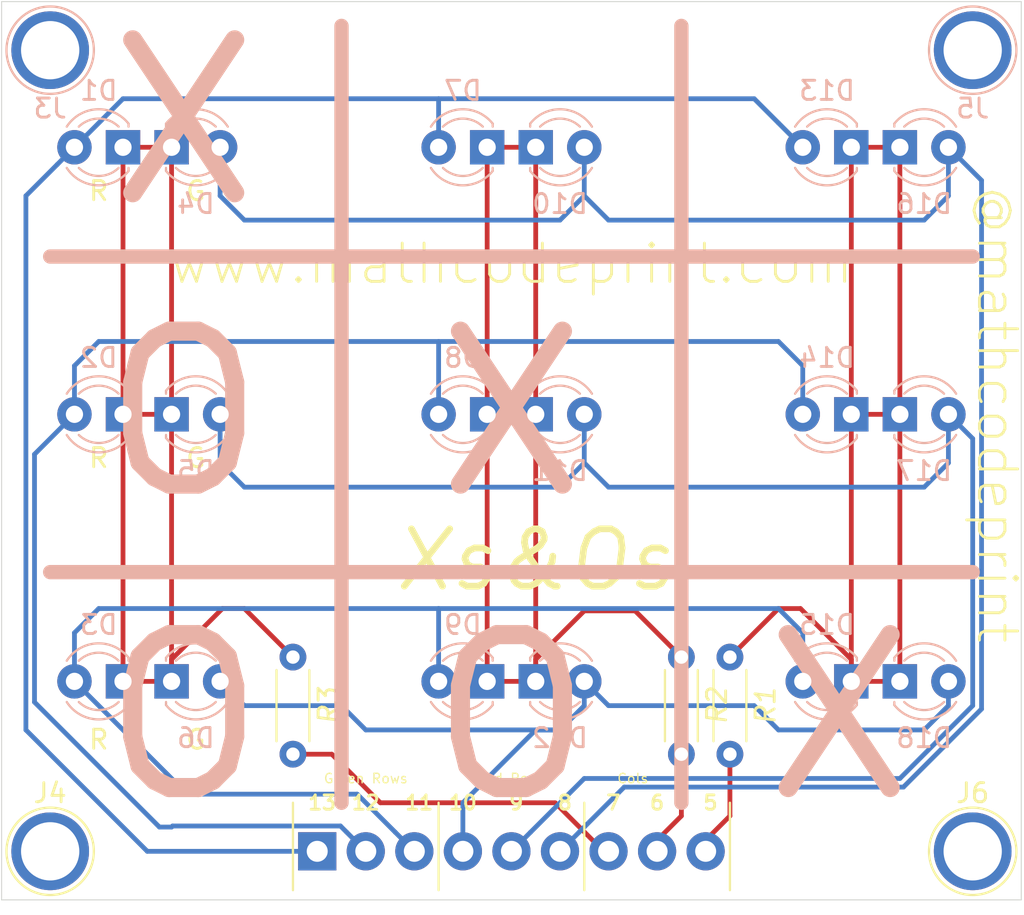
<source format=kicad_pcb>
(kicad_pcb (version 20171130) (host pcbnew 6.0.0-rc1-unknown-32d262b~66~ubuntu14.04.1)

  (general
    (thickness 1.6)
    (drawings 71)
    (tracks 124)
    (zones 0)
    (modules 26)
    (nets 13)
  )

  (page A4)
  (layers
    (0 F.Cu signal)
    (31 B.Cu signal)
    (32 B.Adhes user hide)
    (33 F.Adhes user hide)
    (34 B.Paste user hide)
    (35 F.Paste user hide)
    (36 B.SilkS user)
    (37 F.SilkS user)
    (38 B.Mask user hide)
    (39 F.Mask user hide)
    (40 Dwgs.User user hide)
    (41 Cmts.User user hide)
    (42 Eco1.User user hide)
    (43 Eco2.User user hide)
    (44 Edge.Cuts user)
    (45 Margin user hide)
    (46 B.CrtYd user hide)
    (47 F.CrtYd user hide)
    (48 B.Fab user hide)
    (49 F.Fab user hide)
  )

  (setup
    (last_trace_width 0.25)
    (trace_clearance 0.2)
    (zone_clearance 0.508)
    (zone_45_only no)
    (trace_min 0.2)
    (via_size 0.8)
    (via_drill 0.4)
    (via_min_size 0.4)
    (via_min_drill 0.3)
    (uvia_size 0.3)
    (uvia_drill 0.1)
    (uvias_allowed no)
    (uvia_min_size 0.2)
    (uvia_min_drill 0.1)
    (edge_width 0.05)
    (segment_width 0.2)
    (pcb_text_width 0.3)
    (pcb_text_size 1.5 1.5)
    (mod_edge_width 0.12)
    (mod_text_size 1 1)
    (mod_text_width 0.15)
    (pad_size 4.064 4.064)
    (pad_drill 3.048)
    (pad_to_mask_clearance 0.2)
    (aux_axis_origin 0 0)
    (visible_elements 7FFFE79F)
    (pcbplotparams
      (layerselection 0x010fc_ffffffff)
      (usegerberextensions false)
      (usegerberattributes false)
      (usegerberadvancedattributes false)
      (creategerberjobfile false)
      (excludeedgelayer true)
      (linewidth 0.100000)
      (plotframeref false)
      (viasonmask false)
      (mode 1)
      (useauxorigin false)
      (hpglpennumber 1)
      (hpglpenspeed 20)
      (hpglpendiameter 15.000000)
      (psnegative false)
      (psa4output false)
      (plotreference true)
      (plotvalue true)
      (plotinvisibletext false)
      (padsonsilk false)
      (subtractmaskfromsilk false)
      (outputformat 1)
      (mirror false)
      (drillshape 1)
      (scaleselection 1)
      (outputdirectory ""))
  )

  (net 0 "")
  (net 1 "Net-(D1-Pad1)")
  (net 2 "Net-(D1-Pad2)")
  (net 3 "Net-(D14-Pad2)")
  (net 4 "Net-(D15-Pad2)")
  (net 5 "Net-(D10-Pad1)")
  (net 6 "Net-(D13-Pad1)")
  (net 7 "Net-(D10-Pad2)")
  (net 8 "Net-(D11-Pad2)")
  (net 9 "Net-(D12-Pad2)")
  (net 10 "Net-(J1-Pad7)")
  (net 11 "Net-(J1-Pad8)")
  (net 12 "Net-(J1-Pad9)")

  (net_class Default "This is the default net class."
    (clearance 0.2)
    (trace_width 0.25)
    (via_dia 0.8)
    (via_drill 0.4)
    (uvia_dia 0.3)
    (uvia_drill 0.1)
    (add_net "Net-(D1-Pad1)")
    (add_net "Net-(D1-Pad2)")
    (add_net "Net-(D10-Pad1)")
    (add_net "Net-(D10-Pad2)")
    (add_net "Net-(D11-Pad2)")
    (add_net "Net-(D12-Pad2)")
    (add_net "Net-(D13-Pad1)")
    (add_net "Net-(D14-Pad2)")
    (add_net "Net-(D15-Pad2)")
    (add_net "Net-(J1-Pad7)")
    (add_net "Net-(J1-Pad8)")
    (add_net "Net-(J1-Pad9)")
  )

  (module Connectors_Terminal_Blocks:TerminalBlock_Pheonix_MPT-2.54mm_9pol (layer F.Cu) (tedit 5BB3C72B) (tstamp 5BA02E19)
    (at 168.91 93.98)
    (descr "9-way 2.54mm pitch terminal block, Phoenix MPT series")
    (path /5B9FE0C7)
    (fp_text reference J1 (at 10.16 -4.50088) (layer F.SilkS) hide
      (effects (font (size 1 1) (thickness 0.15)))
    )
    (fp_text value Digital_8-13 (at 10.16 4.50088) (layer F.Fab) hide
      (effects (font (size 1 1) (thickness 0.15)))
    )
    (fp_line (start 22.098 -3.302) (end 22.098 3.302) (layer F.CrtYd) (width 0.05))
    (fp_line (start 22.098 3.302) (end -1.778 3.302) (layer F.CrtYd) (width 0.05))
    (fp_line (start -1.778 3.302) (end -1.778 -3.302) (layer F.CrtYd) (width 0.05))
    (fp_line (start -1.778 -3.302) (end 22.098 -3.302) (layer F.CrtYd) (width 0.05))
    (pad 9 thru_hole oval (at 20.32 0 180) (size 1.99898 1.99898) (drill 1.09728) (layers *.Cu *.Mask)
      (net 12 "Net-(J1-Pad9)"))
    (pad 8 thru_hole oval (at 17.78 0 180) (size 1.99898 1.99898) (drill 1.09728) (layers *.Cu *.Mask)
      (net 11 "Net-(J1-Pad8)"))
    (pad 7 thru_hole oval (at 15.24 0 180) (size 1.99898 1.99898) (drill 1.09728) (layers *.Cu *.Mask)
      (net 10 "Net-(J1-Pad7)"))
    (pad 6 thru_hole oval (at 12.7 0 180) (size 1.99898 1.99898) (drill 1.09728) (layers *.Cu *.Mask)
      (net 7 "Net-(D10-Pad2)"))
    (pad 5 thru_hole oval (at 10.16 0 180) (size 1.99898 1.99898) (drill 1.09728) (layers *.Cu *.Mask)
      (net 8 "Net-(D11-Pad2)"))
    (pad 3 thru_hole oval (at 5.08 0 180) (size 1.99898 1.99898) (drill 1.09728) (layers *.Cu *.Mask)
      (net 4 "Net-(D15-Pad2)"))
    (pad 2 thru_hole oval (at 2.54 0 180) (size 1.99898 1.99898) (drill 1.09728) (layers *.Cu *.Mask)
      (net 3 "Net-(D14-Pad2)"))
    (pad 1 thru_hole rect (at 0 0 180) (size 1.99898 1.99898) (drill 1.09728) (layers *.Cu *.Mask)
      (net 2 "Net-(D1-Pad2)"))
    (pad 4 thru_hole oval (at 7.62 0 180) (size 1.99898 1.99898) (drill 1.09728) (layers *.Cu *.Mask)
      (net 9 "Net-(D12-Pad2)"))
    (model Terminal_Blocks.3dshapes/TerminalBlock_Pheonix_MPT-2.54mm_9pol.wrl
      (offset (xyz 10.15999984741211 0 0))
      (scale (xyz 1 1 1))
      (rotate (xyz 0 0 0))
    )
  )

  (module LEDs:LED_D3.0mm (layer B.Cu) (tedit 587A3A7B) (tstamp 5B9A0AE5)
    (at 158.75 85.09 180)
    (descr "LED, diameter 3.0mm, 2 pins")
    (tags "LED diameter 3.0mm 2 pins")
    (path /5B99034D)
    (fp_text reference D3 (at 1.27 2.96 180) (layer B.SilkS)
      (effects (font (size 1 1) (thickness 0.15)) (justify mirror))
    )
    (fp_text value LED (at 1.27 -2.96 180) (layer B.Fab)
      (effects (font (size 1 1) (thickness 0.15)) (justify mirror))
    )
    (fp_line (start 3.7 2.25) (end -1.15 2.25) (layer B.CrtYd) (width 0.05))
    (fp_line (start 3.7 -2.25) (end 3.7 2.25) (layer B.CrtYd) (width 0.05))
    (fp_line (start -1.15 -2.25) (end 3.7 -2.25) (layer B.CrtYd) (width 0.05))
    (fp_line (start -1.15 2.25) (end -1.15 -2.25) (layer B.CrtYd) (width 0.05))
    (fp_line (start -0.29 -1.08) (end -0.29 -1.236) (layer B.SilkS) (width 0.12))
    (fp_line (start -0.29 1.236) (end -0.29 1.08) (layer B.SilkS) (width 0.12))
    (fp_line (start -0.23 1.16619) (end -0.23 -1.16619) (layer B.Fab) (width 0.1))
    (fp_circle (center 1.27 0) (end 2.77 0) (layer B.Fab) (width 0.1))
    (fp_arc (start 1.27 0) (end 0.229039 -1.08) (angle 87.9) (layer B.SilkS) (width 0.12))
    (fp_arc (start 1.27 0) (end 0.229039 1.08) (angle -87.9) (layer B.SilkS) (width 0.12))
    (fp_arc (start 1.27 0) (end -0.29 -1.235516) (angle 108.8) (layer B.SilkS) (width 0.12))
    (fp_arc (start 1.27 0) (end -0.29 1.235516) (angle -108.8) (layer B.SilkS) (width 0.12))
    (fp_arc (start 1.27 0) (end -0.23 1.16619) (angle -284.3) (layer B.Fab) (width 0.1))
    (pad 2 thru_hole circle (at 2.54 0 180) (size 1.8 1.8) (drill 0.9) (layers *.Cu *.Mask)
      (net 4 "Net-(D15-Pad2)"))
    (pad 1 thru_hole rect (at 0 0 180) (size 1.8 1.8) (drill 0.9) (layers *.Cu *.Mask)
      (net 1 "Net-(D1-Pad1)"))
    (model LEDs.3dshapes/LED_D3.0mm.wrl
      (at (xyz 0 0 0))
      (scale (xyz 0.393701 0.393701 0.393701))
      (rotate (xyz 0 0 0))
    )
    (model ${KISYS3DMOD}/LED_THT.3dshapes/LED_D3.0mm.wrl
      (at (xyz 0 0 0))
      (scale (xyz 1 1 1))
      (rotate (xyz 0 0 0))
    )
  )

  (module LEDs:LED_D3.0mm (layer B.Cu) (tedit 587A3A7B) (tstamp 5B9A9A50)
    (at 196.85 85.09 180)
    (descr "LED, diameter 3.0mm, 2 pins")
    (tags "LED diameter 3.0mm 2 pins")
    (path /5B991BBF)
    (fp_text reference D15 (at 1.27 2.96 180) (layer B.SilkS)
      (effects (font (size 1 1) (thickness 0.15)) (justify mirror))
    )
    (fp_text value LED (at 1.27 -2.96 180) (layer B.Fab)
      (effects (font (size 1 1) (thickness 0.15)) (justify mirror))
    )
    (fp_line (start 3.7 2.25) (end -1.15 2.25) (layer B.CrtYd) (width 0.05))
    (fp_line (start 3.7 -2.25) (end 3.7 2.25) (layer B.CrtYd) (width 0.05))
    (fp_line (start -1.15 -2.25) (end 3.7 -2.25) (layer B.CrtYd) (width 0.05))
    (fp_line (start -1.15 2.25) (end -1.15 -2.25) (layer B.CrtYd) (width 0.05))
    (fp_line (start -0.29 -1.08) (end -0.29 -1.236) (layer B.SilkS) (width 0.12))
    (fp_line (start -0.29 1.236) (end -0.29 1.08) (layer B.SilkS) (width 0.12))
    (fp_line (start -0.23 1.16619) (end -0.23 -1.16619) (layer B.Fab) (width 0.1))
    (fp_circle (center 1.27 0) (end 2.77 0) (layer B.Fab) (width 0.1))
    (fp_arc (start 1.27 0) (end 0.229039 -1.08) (angle 87.9) (layer B.SilkS) (width 0.12))
    (fp_arc (start 1.27 0) (end 0.229039 1.08) (angle -87.9) (layer B.SilkS) (width 0.12))
    (fp_arc (start 1.27 0) (end -0.29 -1.235516) (angle 108.8) (layer B.SilkS) (width 0.12))
    (fp_arc (start 1.27 0) (end -0.29 1.235516) (angle -108.8) (layer B.SilkS) (width 0.12))
    (fp_arc (start 1.27 0) (end -0.23 1.16619) (angle -284.3) (layer B.Fab) (width 0.1))
    (pad 2 thru_hole circle (at 2.54 0 180) (size 1.8 1.8) (drill 0.9) (layers *.Cu *.Mask)
      (net 4 "Net-(D15-Pad2)"))
    (pad 1 thru_hole rect (at 0 0 180) (size 1.8 1.8) (drill 0.9) (layers *.Cu *.Mask)
      (net 6 "Net-(D13-Pad1)"))
    (model LEDs.3dshapes/LED_D3.0mm.wrl
      (at (xyz 0 0 0))
      (scale (xyz 0.393701 0.393701 0.393701))
      (rotate (xyz 0 0 0))
    )
    (model ${KISYS3DMOD}/LED_THT.3dshapes/LED_D3.0mm.wrl
      (at (xyz 0 0 0))
      (scale (xyz 1 1 1))
      (rotate (xyz 0 0 0))
    )
  )

  (module LEDs:LED_D3.0mm (layer B.Cu) (tedit 587A3A7B) (tstamp 5B9A9A1A)
    (at 180.34 71.12)
    (descr "LED, diameter 3.0mm, 2 pins")
    (tags "LED diameter 3.0mm 2 pins")
    (path /5B9916B8)
    (fp_text reference D11 (at 1.27 2.96) (layer B.SilkS)
      (effects (font (size 1 1) (thickness 0.15)) (justify mirror))
    )
    (fp_text value LED (at 1.27 -2.96) (layer B.Fab)
      (effects (font (size 1 1) (thickness 0.15)) (justify mirror))
    )
    (fp_line (start 3.7 2.25) (end -1.15 2.25) (layer B.CrtYd) (width 0.05))
    (fp_line (start 3.7 -2.25) (end 3.7 2.25) (layer B.CrtYd) (width 0.05))
    (fp_line (start -1.15 -2.25) (end 3.7 -2.25) (layer B.CrtYd) (width 0.05))
    (fp_line (start -1.15 2.25) (end -1.15 -2.25) (layer B.CrtYd) (width 0.05))
    (fp_line (start -0.29 -1.08) (end -0.29 -1.236) (layer B.SilkS) (width 0.12))
    (fp_line (start -0.29 1.236) (end -0.29 1.08) (layer B.SilkS) (width 0.12))
    (fp_line (start -0.23 1.16619) (end -0.23 -1.16619) (layer B.Fab) (width 0.1))
    (fp_circle (center 1.27 0) (end 2.77 0) (layer B.Fab) (width 0.1))
    (fp_arc (start 1.27 0) (end 0.229039 -1.08) (angle 87.9) (layer B.SilkS) (width 0.12))
    (fp_arc (start 1.27 0) (end 0.229039 1.08) (angle -87.9) (layer B.SilkS) (width 0.12))
    (fp_arc (start 1.27 0) (end -0.29 -1.235516) (angle 108.8) (layer B.SilkS) (width 0.12))
    (fp_arc (start 1.27 0) (end -0.29 1.235516) (angle -108.8) (layer B.SilkS) (width 0.12))
    (fp_arc (start 1.27 0) (end -0.23 1.16619) (angle -284.3) (layer B.Fab) (width 0.1))
    (pad 2 thru_hole circle (at 2.54 0) (size 1.8 1.8) (drill 0.9) (layers *.Cu *.Mask)
      (net 8 "Net-(D11-Pad2)"))
    (pad 1 thru_hole rect (at 0 0) (size 1.8 1.8) (drill 0.9) (layers *.Cu *.Mask)
      (net 5 "Net-(D10-Pad1)"))
    (model LEDs.3dshapes/LED_D3.0mm.wrl
      (at (xyz 0 0 0))
      (scale (xyz 0.393701 0.393701 0.393701))
      (rotate (xyz 0 0 0))
    )
    (model ${KISYS3DMOD}/LED_THT.3dshapes/LED_D3.0mm_Clear.wrl
      (at (xyz 0 0 0))
      (scale (xyz 1 1 1))
      (rotate (xyz 0 0 0))
    )
  )

  (module Connectors:1pin (layer F.Cu) (tedit 5861332C) (tstamp 5BB6EC20)
    (at 203.2 93.98)
    (descr "module 1 pin (ou trou mecanique de percage)")
    (tags DEV)
    (path /5BB9ADCC)
    (fp_text reference J6 (at 0 -3.048) (layer F.SilkS)
      (effects (font (size 1 1) (thickness 0.15)))
    )
    (fp_text value Conn_01x01_Male (at 0 3) (layer F.Fab)
      (effects (font (size 1 1) (thickness 0.15)))
    )
    (fp_circle (center 0 0) (end 0 -2.286) (layer F.SilkS) (width 0.12))
    (fp_circle (center 0 0) (end 2.6 0) (layer F.CrtYd) (width 0.05))
    (fp_circle (center 0 0) (end 2 0.8) (layer F.Fab) (width 0.1))
    (pad 1 thru_hole circle (at 0 0) (size 4.064 4.064) (drill 3.048) (layers *.Cu *.Mask))
  )

  (module Connectors:1pin (layer B.Cu) (tedit 5861332C) (tstamp 5BB6EAFE)
    (at 203.2 52.07)
    (descr "module 1 pin (ou trou mecanique de percage)")
    (tags DEV)
    (path /5BB9AD82)
    (fp_text reference J5 (at 0 3.048) (layer B.SilkS)
      (effects (font (size 1 1) (thickness 0.15)) (justify mirror))
    )
    (fp_text value Conn_01x01_Male (at 0 -3) (layer B.Fab)
      (effects (font (size 1 1) (thickness 0.15)) (justify mirror))
    )
    (fp_circle (center 0 0) (end 0 2.286) (layer B.SilkS) (width 0.12))
    (fp_circle (center 0 0) (end 2.6 0) (layer B.CrtYd) (width 0.05))
    (fp_circle (center 0 0) (end 2 -0.8) (layer B.Fab) (width 0.1))
    (pad 1 thru_hole circle (at 0 0) (size 4.064 4.064) (drill 3.048) (layers *.Cu *.Mask))
  )

  (module Connectors:1pin (layer F.Cu) (tedit 5861332C) (tstamp 5BB6E9DC)
    (at 154.94 93.98)
    (descr "module 1 pin (ou trou mecanique de percage)")
    (tags DEV)
    (path /5BB9AD32)
    (fp_text reference J4 (at 0 -3.048) (layer F.SilkS)
      (effects (font (size 1 1) (thickness 0.15)))
    )
    (fp_text value Conn_01x01_Male (at 0 3) (layer F.Fab)
      (effects (font (size 1 1) (thickness 0.15)))
    )
    (fp_circle (center 0 0) (end 0 -2.286) (layer F.SilkS) (width 0.12))
    (fp_circle (center 0 0) (end 2.6 0) (layer F.CrtYd) (width 0.05))
    (fp_circle (center 0 0) (end 2 0.8) (layer F.Fab) (width 0.1))
    (pad 1 thru_hole circle (at 0 0) (size 4.064 4.064) (drill 3.048) (layers *.Cu *.Mask))
  )

  (module Connectors:1pin (layer B.Cu) (tedit 5BB3C37C) (tstamp 5BB6E8BA)
    (at 154.94 52.07)
    (descr "module 1 pin (ou trou mecanique de percage)")
    (tags DEV)
    (path /5BB95C02)
    (fp_text reference J3 (at 0 3.048) (layer B.SilkS)
      (effects (font (size 1 1) (thickness 0.15)) (justify mirror))
    )
    (fp_text value Conn_01x01_Male (at 0 -3) (layer B.Fab)
      (effects (font (size 1 1) (thickness 0.15)) (justify mirror))
    )
    (fp_circle (center 0 0) (end 0 2.286) (layer B.SilkS) (width 0.12))
    (fp_circle (center 0 0) (end 2.6 0) (layer B.CrtYd) (width 0.05))
    (fp_circle (center 0 0) (end 2 -0.8) (layer B.Fab) (width 0.1))
    (pad 1 thru_hole circle (at 0 0) (size 4.064 4.064) (drill 3.048) (layers *.Cu *.Mask))
  )

  (module Resistors_THT:R_Axial_DIN0204_L3.6mm_D1.6mm_P5.08mm_Horizontal (layer F.Cu) (tedit 5B85F052) (tstamp 5BB26F23)
    (at 167.64 83.82 270)
    (descr "Resistor, Axial_DIN0204 series, Axial, Horizontal, pin pitch=5.08mm, 0.16666666666666666W = 1/6W, length*diameter=3.6*1.6mm^2, http://cdn-reichelt.de/documents/datenblatt/B400/1_4W%23YAG.pdf")
    (tags "Resistor Axial_DIN0204 series Axial Horizontal pin pitch 5.08mm 0.16666666666666666W = 1/6W length 3.6mm diameter 1.6mm")
    (path /5BB279EC)
    (fp_text reference R3 (at 2.54 -1.86 270) (layer F.SilkS)
      (effects (font (size 1 1) (thickness 0.15) italic))
    )
    (fp_text value R (at 2.54 1.86 270) (layer F.Fab) hide
      (effects (font (size 1 1) (thickness 0.15)))
    )
    (fp_line (start 6.05 -1.15) (end -0.95 -1.15) (layer F.CrtYd) (width 0.05))
    (fp_line (start 6.05 1.15) (end 6.05 -1.15) (layer F.CrtYd) (width 0.05))
    (fp_line (start -0.95 1.15) (end 6.05 1.15) (layer F.CrtYd) (width 0.05))
    (fp_line (start -0.95 -1.15) (end -0.95 1.15) (layer F.CrtYd) (width 0.05))
    (fp_line (start 0.68 0.86) (end 4.4 0.86) (layer F.SilkS) (width 0.12))
    (fp_line (start 0.68 -0.86) (end 4.4 -0.86) (layer F.SilkS) (width 0.12))
    (fp_line (start 5.08 0) (end 4.34 0) (layer F.Fab) (width 0.1))
    (fp_line (start 0 0) (end 0.74 0) (layer F.Fab) (width 0.1))
    (fp_line (start 4.34 -0.8) (end 0.74 -0.8) (layer F.Fab) (width 0.1))
    (fp_line (start 4.34 0.8) (end 4.34 -0.8) (layer F.Fab) (width 0.1))
    (fp_line (start 0.74 0.8) (end 4.34 0.8) (layer F.Fab) (width 0.1))
    (fp_line (start 0.74 -0.8) (end 0.74 0.8) (layer F.Fab) (width 0.1))
    (pad 2 thru_hole oval (at 5.08 0 270) (size 1.4 1.4) (drill 0.7) (layers *.Cu *.Mask)
      (net 10 "Net-(J1-Pad7)"))
    (pad 1 thru_hole circle (at 0 0 270) (size 1.4 1.4) (drill 0.7) (layers *.Cu *.Mask)
      (net 1 "Net-(D1-Pad1)"))
    (model Resistors_ThroughHole.3dshapes/R_Axial_DIN0204_L3.6mm_D1.6mm_P5.08mm_Horizontal.wrl
      (at (xyz 0 0 0))
      (scale (xyz 0.393701 0.393701 0.393701))
      (rotate (xyz 0 0 0))
    )
    (model ${KISYS3DMOD}/Resistor_THT.3dshapes/R_Axial_DIN0204_L3.6mm_D1.6mm_P5.08mm_Horizontal.step
      (at (xyz 0 0 0))
      (scale (xyz 1 1 1))
      (rotate (xyz 0 0 0))
    )
  )

  (module Resistors_THT:R_Axial_DIN0204_L3.6mm_D1.6mm_P5.08mm_Horizontal (layer F.Cu) (tedit 5B85F052) (tstamp 5BB26E41)
    (at 187.96 83.82 270)
    (descr "Resistor, Axial_DIN0204 series, Axial, Horizontal, pin pitch=5.08mm, 0.16666666666666666W = 1/6W, length*diameter=3.6*1.6mm^2, http://cdn-reichelt.de/documents/datenblatt/B400/1_4W%23YAG.pdf")
    (tags "Resistor Axial_DIN0204 series Axial Horizontal pin pitch 5.08mm 0.16666666666666666W = 1/6W length 3.6mm diameter 1.6mm")
    (path /5BB29B1F)
    (fp_text reference R2 (at 2.54 -1.86 270) (layer F.SilkS)
      (effects (font (size 1 1) (thickness 0.15) italic))
    )
    (fp_text value R (at 2.54 1.86 270) (layer F.Fab) hide
      (effects (font (size 1 1) (thickness 0.15)))
    )
    (fp_line (start 6.05 -1.15) (end -0.95 -1.15) (layer F.CrtYd) (width 0.05))
    (fp_line (start 6.05 1.15) (end 6.05 -1.15) (layer F.CrtYd) (width 0.05))
    (fp_line (start -0.95 1.15) (end 6.05 1.15) (layer F.CrtYd) (width 0.05))
    (fp_line (start -0.95 -1.15) (end -0.95 1.15) (layer F.CrtYd) (width 0.05))
    (fp_line (start 0.68 0.86) (end 4.4 0.86) (layer F.SilkS) (width 0.12))
    (fp_line (start 0.68 -0.86) (end 4.4 -0.86) (layer F.SilkS) (width 0.12))
    (fp_line (start 5.08 0) (end 4.34 0) (layer F.Fab) (width 0.1))
    (fp_line (start 0 0) (end 0.74 0) (layer F.Fab) (width 0.1))
    (fp_line (start 4.34 -0.8) (end 0.74 -0.8) (layer F.Fab) (width 0.1))
    (fp_line (start 4.34 0.8) (end 4.34 -0.8) (layer F.Fab) (width 0.1))
    (fp_line (start 0.74 0.8) (end 4.34 0.8) (layer F.Fab) (width 0.1))
    (fp_line (start 0.74 -0.8) (end 0.74 0.8) (layer F.Fab) (width 0.1))
    (pad 2 thru_hole oval (at 5.08 0 270) (size 1.4 1.4) (drill 0.7) (layers *.Cu *.Mask)
      (net 11 "Net-(J1-Pad8)"))
    (pad 1 thru_hole circle (at 0 0 270) (size 1.4 1.4) (drill 0.7) (layers *.Cu *.Mask)
      (net 5 "Net-(D10-Pad1)"))
    (model Resistors_ThroughHole.3dshapes/R_Axial_DIN0204_L3.6mm_D1.6mm_P5.08mm_Horizontal.wrl
      (at (xyz 0 0 0))
      (scale (xyz 0.393701 0.393701 0.393701))
      (rotate (xyz 0 0 0))
    )
    (model ${KISYS3DMOD}/Resistor_THT.3dshapes/R_Axial_DIN0204_L3.6mm_D1.6mm_P5.08mm_Horizontal.step
      (at (xyz 0 0 0))
      (scale (xyz 1 1 1))
      (rotate (xyz 0 0 0))
    )
  )

  (module Resistors_THT:R_Axial_DIN0204_L3.6mm_D1.6mm_P5.08mm_Horizontal (layer F.Cu) (tedit 5B85F052) (tstamp 5BB26D5F)
    (at 190.5 83.82 270)
    (descr "Resistor, Axial_DIN0204 series, Axial, Horizontal, pin pitch=5.08mm, 0.16666666666666666W = 1/6W, length*diameter=3.6*1.6mm^2, http://cdn-reichelt.de/documents/datenblatt/B400/1_4W%23YAG.pdf")
    (tags "Resistor Axial_DIN0204 series Axial Horizontal pin pitch 5.08mm 0.16666666666666666W = 1/6W length 3.6mm diameter 1.6mm")
    (path /5BB29BB9)
    (fp_text reference R1 (at 2.54 -1.86 270) (layer F.SilkS)
      (effects (font (size 1 1) (thickness 0.15) italic))
    )
    (fp_text value R (at 2.54 1.86 270) (layer F.Fab) hide
      (effects (font (size 1 1) (thickness 0.15)))
    )
    (fp_line (start 6.05 -1.15) (end -0.95 -1.15) (layer F.CrtYd) (width 0.05))
    (fp_line (start 6.05 1.15) (end 6.05 -1.15) (layer F.CrtYd) (width 0.05))
    (fp_line (start -0.95 1.15) (end 6.05 1.15) (layer F.CrtYd) (width 0.05))
    (fp_line (start -0.95 -1.15) (end -0.95 1.15) (layer F.CrtYd) (width 0.05))
    (fp_line (start 0.68 0.86) (end 4.4 0.86) (layer F.SilkS) (width 0.12))
    (fp_line (start 0.68 -0.86) (end 4.4 -0.86) (layer F.SilkS) (width 0.12))
    (fp_line (start 5.08 0) (end 4.34 0) (layer F.Fab) (width 0.1))
    (fp_line (start 0 0) (end 0.74 0) (layer F.Fab) (width 0.1))
    (fp_line (start 4.34 -0.8) (end 0.74 -0.8) (layer F.Fab) (width 0.1))
    (fp_line (start 4.34 0.8) (end 4.34 -0.8) (layer F.Fab) (width 0.1))
    (fp_line (start 0.74 0.8) (end 4.34 0.8) (layer F.Fab) (width 0.1))
    (fp_line (start 0.74 -0.8) (end 0.74 0.8) (layer F.Fab) (width 0.1))
    (pad 2 thru_hole oval (at 5.08 0 270) (size 1.4 1.4) (drill 0.7) (layers *.Cu *.Mask)
      (net 12 "Net-(J1-Pad9)"))
    (pad 1 thru_hole circle (at 0 0 270) (size 1.4 1.4) (drill 0.7) (layers *.Cu *.Mask)
      (net 6 "Net-(D13-Pad1)"))
    (model Resistors_ThroughHole.3dshapes/R_Axial_DIN0204_L3.6mm_D1.6mm_P5.08mm_Horizontal.wrl
      (at (xyz 0 0 0))
      (scale (xyz 0.393701 0.393701 0.393701))
      (rotate (xyz 0 0 0))
    )
    (model ${KISYS3DMOD}/Resistor_THT.3dshapes/R_Axial_DIN0204_L3.6mm_D1.6mm_P5.08mm_Horizontal.step
      (at (xyz 0 0 0))
      (scale (xyz 1 1 1))
      (rotate (xyz 0 0 0))
    )
  )

  (module LEDs:LED_D3.0mm (layer B.Cu) (tedit 587A3A7B) (tstamp 5B9A9A86)
    (at 177.8 71.12 180)
    (descr "LED, diameter 3.0mm, 2 pins")
    (tags "LED diameter 3.0mm 2 pins")
    (path /5B9916B2)
    (fp_text reference D8 (at 1.27 2.96 180) (layer B.SilkS)
      (effects (font (size 1 1) (thickness 0.15)) (justify mirror))
    )
    (fp_text value LED (at 1.27 -2.96 180) (layer B.Fab)
      (effects (font (size 1 1) (thickness 0.15)) (justify mirror))
    )
    (fp_line (start 3.7 2.25) (end -1.15 2.25) (layer B.CrtYd) (width 0.05))
    (fp_line (start 3.7 -2.25) (end 3.7 2.25) (layer B.CrtYd) (width 0.05))
    (fp_line (start -1.15 -2.25) (end 3.7 -2.25) (layer B.CrtYd) (width 0.05))
    (fp_line (start -1.15 2.25) (end -1.15 -2.25) (layer B.CrtYd) (width 0.05))
    (fp_line (start -0.29 -1.08) (end -0.29 -1.236) (layer B.SilkS) (width 0.12))
    (fp_line (start -0.29 1.236) (end -0.29 1.08) (layer B.SilkS) (width 0.12))
    (fp_line (start -0.23 1.16619) (end -0.23 -1.16619) (layer B.Fab) (width 0.1))
    (fp_circle (center 1.27 0) (end 2.77 0) (layer B.Fab) (width 0.1))
    (fp_arc (start 1.27 0) (end 0.229039 -1.08) (angle 87.9) (layer B.SilkS) (width 0.12))
    (fp_arc (start 1.27 0) (end 0.229039 1.08) (angle -87.9) (layer B.SilkS) (width 0.12))
    (fp_arc (start 1.27 0) (end -0.29 -1.235516) (angle 108.8) (layer B.SilkS) (width 0.12))
    (fp_arc (start 1.27 0) (end -0.29 1.235516) (angle -108.8) (layer B.SilkS) (width 0.12))
    (fp_arc (start 1.27 0) (end -0.23 1.16619) (angle -284.3) (layer B.Fab) (width 0.1))
    (pad 2 thru_hole circle (at 2.54 0 180) (size 1.8 1.8) (drill 0.9) (layers *.Cu *.Mask)
      (net 3 "Net-(D14-Pad2)"))
    (pad 1 thru_hole rect (at 0 0 180) (size 1.8 1.8) (drill 0.9) (layers *.Cu *.Mask)
      (net 5 "Net-(D10-Pad1)"))
    (model LEDs.3dshapes/LED_D3.0mm.wrl
      (at (xyz 0 0 0))
      (scale (xyz 0.393701 0.393701 0.393701))
      (rotate (xyz 0 0 0))
    )
    (model ${KISYS3DMOD}/LED_THT.3dshapes/LED_D3.0mm.wrl
      (at (xyz 0 0 0))
      (scale (xyz 1 1 1))
      (rotate (xyz 0 0 0))
    )
  )

  (module LEDs:LED_D3.0mm (layer B.Cu) (tedit 587A3A7B) (tstamp 5B9A5F63)
    (at 196.85 57.15 180)
    (descr "LED, diameter 3.0mm, 2 pins")
    (tags "LED diameter 3.0mm 2 pins")
    (path /5B991BA7)
    (fp_text reference D13 (at 1.27 2.96 180) (layer B.SilkS)
      (effects (font (size 1 1) (thickness 0.15)) (justify mirror))
    )
    (fp_text value LED (at 1.27 -2.96 180) (layer B.Fab)
      (effects (font (size 1 1) (thickness 0.15)) (justify mirror))
    )
    (fp_line (start 3.7 2.25) (end -1.15 2.25) (layer B.CrtYd) (width 0.05))
    (fp_line (start 3.7 -2.25) (end 3.7 2.25) (layer B.CrtYd) (width 0.05))
    (fp_line (start -1.15 -2.25) (end 3.7 -2.25) (layer B.CrtYd) (width 0.05))
    (fp_line (start -1.15 2.25) (end -1.15 -2.25) (layer B.CrtYd) (width 0.05))
    (fp_line (start -0.29 -1.08) (end -0.29 -1.236) (layer B.SilkS) (width 0.12))
    (fp_line (start -0.29 1.236) (end -0.29 1.08) (layer B.SilkS) (width 0.12))
    (fp_line (start -0.23 1.16619) (end -0.23 -1.16619) (layer B.Fab) (width 0.1))
    (fp_circle (center 1.27 0) (end 2.77 0) (layer B.Fab) (width 0.1))
    (fp_arc (start 1.27 0) (end 0.229039 -1.08) (angle 87.9) (layer B.SilkS) (width 0.12))
    (fp_arc (start 1.27 0) (end 0.229039 1.08) (angle -87.9) (layer B.SilkS) (width 0.12))
    (fp_arc (start 1.27 0) (end -0.29 -1.235516) (angle 108.8) (layer B.SilkS) (width 0.12))
    (fp_arc (start 1.27 0) (end -0.29 1.235516) (angle -108.8) (layer B.SilkS) (width 0.12))
    (fp_arc (start 1.27 0) (end -0.23 1.16619) (angle -284.3) (layer B.Fab) (width 0.1))
    (pad 2 thru_hole circle (at 2.54 0 180) (size 1.8 1.8) (drill 0.9) (layers *.Cu *.Mask)
      (net 2 "Net-(D1-Pad2)"))
    (pad 1 thru_hole rect (at 0 0 180) (size 1.8 1.8) (drill 0.9) (layers *.Cu *.Mask)
      (net 6 "Net-(D13-Pad1)"))
    (model LEDs.3dshapes/LED_D3.0mm.wrl
      (at (xyz 0 0 0))
      (scale (xyz 0.393701 0.393701 0.393701))
      (rotate (xyz 0 0 0))
    )
    (model ${KISYS3DMOD}/LED_THT.3dshapes/LED_D3.0mm.wrl
      (at (xyz 0 0 0))
      (scale (xyz 1 1 1))
      (rotate (xyz 0 0 0))
    )
  )

  (module LEDs:LED_D3.0mm (layer B.Cu) (tedit 587A3A7B) (tstamp 5B9A5EC1)
    (at 158.75 57.15 180)
    (descr "LED, diameter 3.0mm, 2 pins")
    (tags "LED diameter 3.0mm 2 pins")
    (path /5B9901CE)
    (fp_text reference D1 (at 1.27 2.96 180) (layer B.SilkS)
      (effects (font (size 1 1) (thickness 0.15)) (justify mirror))
    )
    (fp_text value LED (at 1.27 -2.96 180) (layer B.Fab)
      (effects (font (size 1 1) (thickness 0.15)) (justify mirror))
    )
    (fp_line (start 3.7 2.25) (end -1.15 2.25) (layer B.CrtYd) (width 0.05))
    (fp_line (start 3.7 -2.25) (end 3.7 2.25) (layer B.CrtYd) (width 0.05))
    (fp_line (start -1.15 -2.25) (end 3.7 -2.25) (layer B.CrtYd) (width 0.05))
    (fp_line (start -1.15 2.25) (end -1.15 -2.25) (layer B.CrtYd) (width 0.05))
    (fp_line (start -0.29 -1.08) (end -0.29 -1.236) (layer B.SilkS) (width 0.12))
    (fp_line (start -0.29 1.236) (end -0.29 1.08) (layer B.SilkS) (width 0.12))
    (fp_line (start -0.23 1.16619) (end -0.23 -1.16619) (layer B.Fab) (width 0.1))
    (fp_circle (center 1.27 0) (end 2.77 0) (layer B.Fab) (width 0.1))
    (fp_arc (start 1.27 0) (end 0.229039 -1.08) (angle 87.9) (layer B.SilkS) (width 0.12))
    (fp_arc (start 1.27 0) (end 0.229039 1.08) (angle -87.9) (layer B.SilkS) (width 0.12))
    (fp_arc (start 1.27 0) (end -0.29 -1.235516) (angle 108.8) (layer B.SilkS) (width 0.12))
    (fp_arc (start 1.27 0) (end -0.29 1.235516) (angle -108.8) (layer B.SilkS) (width 0.12))
    (fp_arc (start 1.27 0) (end -0.23 1.16619) (angle -284.3) (layer B.Fab) (width 0.1))
    (pad 2 thru_hole circle (at 2.54 0 180) (size 1.8 1.8) (drill 0.9) (layers *.Cu *.Mask)
      (net 2 "Net-(D1-Pad2)"))
    (pad 1 thru_hole rect (at 0 0 180) (size 1.8 1.8) (drill 0.9) (layers *.Cu *.Mask)
      (net 1 "Net-(D1-Pad1)"))
    (model LEDs.3dshapes/LED_D3.0mm.wrl
      (at (xyz 0 0 0))
      (scale (xyz 0.393701 0.393701 0.393701))
      (rotate (xyz 0 0 0))
    )
    (model ${KISYS3DMOD}/LED_THT.3dshapes/LED_D3.0mm.wrl
      (at (xyz 0 0 0))
      (scale (xyz 1 1 1))
      (rotate (xyz 0 0 0))
    )
  )

  (module LEDs:LED_D3.0mm (layer B.Cu) (tedit 587A3A7B) (tstamp 5B9A9ABC)
    (at 158.75 71.12 180)
    (descr "LED, diameter 3.0mm, 2 pins")
    (tags "LED diameter 3.0mm 2 pins")
    (path /5B9902B7)
    (fp_text reference D2 (at 1.27 2.96 180) (layer B.SilkS)
      (effects (font (size 1 1) (thickness 0.15)) (justify mirror))
    )
    (fp_text value LED (at 1.27 -2.96 180) (layer B.Fab)
      (effects (font (size 1 1) (thickness 0.15)) (justify mirror))
    )
    (fp_line (start 3.7 2.25) (end -1.15 2.25) (layer B.CrtYd) (width 0.05))
    (fp_line (start 3.7 -2.25) (end 3.7 2.25) (layer B.CrtYd) (width 0.05))
    (fp_line (start -1.15 -2.25) (end 3.7 -2.25) (layer B.CrtYd) (width 0.05))
    (fp_line (start -1.15 2.25) (end -1.15 -2.25) (layer B.CrtYd) (width 0.05))
    (fp_line (start -0.29 -1.08) (end -0.29 -1.236) (layer B.SilkS) (width 0.12))
    (fp_line (start -0.29 1.236) (end -0.29 1.08) (layer B.SilkS) (width 0.12))
    (fp_line (start -0.23 1.16619) (end -0.23 -1.16619) (layer B.Fab) (width 0.1))
    (fp_circle (center 1.27 0) (end 2.77 0) (layer B.Fab) (width 0.1))
    (fp_arc (start 1.27 0) (end 0.229039 -1.08) (angle 87.9) (layer B.SilkS) (width 0.12))
    (fp_arc (start 1.27 0) (end 0.229039 1.08) (angle -87.9) (layer B.SilkS) (width 0.12))
    (fp_arc (start 1.27 0) (end -0.29 -1.235516) (angle 108.8) (layer B.SilkS) (width 0.12))
    (fp_arc (start 1.27 0) (end -0.29 1.235516) (angle -108.8) (layer B.SilkS) (width 0.12))
    (fp_arc (start 1.27 0) (end -0.23 1.16619) (angle -284.3) (layer B.Fab) (width 0.1))
    (pad 2 thru_hole circle (at 2.54 0 180) (size 1.8 1.8) (drill 0.9) (layers *.Cu *.Mask)
      (net 3 "Net-(D14-Pad2)"))
    (pad 1 thru_hole rect (at 0 0 180) (size 1.8 1.8) (drill 0.9) (layers *.Cu *.Mask)
      (net 1 "Net-(D1-Pad1)"))
    (model LEDs.3dshapes/LED_D3.0mm.wrl
      (at (xyz 0 0 0))
      (scale (xyz 0.393701 0.393701 0.393701))
      (rotate (xyz 0 0 0))
    )
    (model ${KISYS3DMOD}/LED_THT.3dshapes/LED_D3.0mm.wrl
      (at (xyz 0 0 0))
      (scale (xyz 1 1 1))
      (rotate (xyz 0 0 0))
    )
  )

  (module LEDs:LED_D3.0mm (layer B.Cu) (tedit 587A3A7B) (tstamp 5B9A5E55)
    (at 161.29 57.15)
    (descr "LED, diameter 3.0mm, 2 pins")
    (tags "LED diameter 3.0mm 2 pins")
    (path /5B990223)
    (fp_text reference D4 (at 1.27 2.96) (layer B.SilkS)
      (effects (font (size 1 1) (thickness 0.15)) (justify mirror))
    )
    (fp_text value LED (at 1.27 -2.96) (layer B.Fab)
      (effects (font (size 1 1) (thickness 0.15)) (justify mirror))
    )
    (fp_line (start 3.7 2.25) (end -1.15 2.25) (layer B.CrtYd) (width 0.05))
    (fp_line (start 3.7 -2.25) (end 3.7 2.25) (layer B.CrtYd) (width 0.05))
    (fp_line (start -1.15 -2.25) (end 3.7 -2.25) (layer B.CrtYd) (width 0.05))
    (fp_line (start -1.15 2.25) (end -1.15 -2.25) (layer B.CrtYd) (width 0.05))
    (fp_line (start -0.29 -1.08) (end -0.29 -1.236) (layer B.SilkS) (width 0.12))
    (fp_line (start -0.29 1.236) (end -0.29 1.08) (layer B.SilkS) (width 0.12))
    (fp_line (start -0.23 1.16619) (end -0.23 -1.16619) (layer B.Fab) (width 0.1))
    (fp_circle (center 1.27 0) (end 2.77 0) (layer B.Fab) (width 0.1))
    (fp_arc (start 1.27 0) (end 0.229039 -1.08) (angle 87.9) (layer B.SilkS) (width 0.12))
    (fp_arc (start 1.27 0) (end 0.229039 1.08) (angle -87.9) (layer B.SilkS) (width 0.12))
    (fp_arc (start 1.27 0) (end -0.29 -1.235516) (angle 108.8) (layer B.SilkS) (width 0.12))
    (fp_arc (start 1.27 0) (end -0.29 1.235516) (angle -108.8) (layer B.SilkS) (width 0.12))
    (fp_arc (start 1.27 0) (end -0.23 1.16619) (angle -284.3) (layer B.Fab) (width 0.1))
    (pad 2 thru_hole circle (at 2.54 0) (size 1.8 1.8) (drill 0.9) (layers *.Cu *.Mask)
      (net 7 "Net-(D10-Pad2)"))
    (pad 1 thru_hole rect (at 0 0) (size 1.8 1.8) (drill 0.9) (layers *.Cu *.Mask)
      (net 1 "Net-(D1-Pad1)"))
    (model LEDs.3dshapes/LED_D3.0mm.wrl
      (at (xyz 0 0 0))
      (scale (xyz 0.393701 0.393701 0.393701))
      (rotate (xyz 0 0 0))
    )
    (model ${KISYS3DMOD}/LED_THT.3dshapes/LED_D3.0mm_Clear.wrl
      (at (xyz 0 0 0))
      (scale (xyz 1 1 1))
      (rotate (xyz 0 0 0))
    )
  )

  (module LEDs:LED_D3.0mm (layer B.Cu) (tedit 587A3A7B) (tstamp 5B9A9B28)
    (at 161.29 71.12)
    (descr "LED, diameter 3.0mm, 2 pins")
    (tags "LED diameter 3.0mm 2 pins")
    (path /5B990323)
    (fp_text reference D5 (at 1.27 2.96) (layer B.SilkS)
      (effects (font (size 1 1) (thickness 0.15)) (justify mirror))
    )
    (fp_text value LED (at 1.27 -2.96) (layer B.Fab)
      (effects (font (size 1 1) (thickness 0.15)) (justify mirror))
    )
    (fp_line (start 3.7 2.25) (end -1.15 2.25) (layer B.CrtYd) (width 0.05))
    (fp_line (start 3.7 -2.25) (end 3.7 2.25) (layer B.CrtYd) (width 0.05))
    (fp_line (start -1.15 -2.25) (end 3.7 -2.25) (layer B.CrtYd) (width 0.05))
    (fp_line (start -1.15 2.25) (end -1.15 -2.25) (layer B.CrtYd) (width 0.05))
    (fp_line (start -0.29 -1.08) (end -0.29 -1.236) (layer B.SilkS) (width 0.12))
    (fp_line (start -0.29 1.236) (end -0.29 1.08) (layer B.SilkS) (width 0.12))
    (fp_line (start -0.23 1.16619) (end -0.23 -1.16619) (layer B.Fab) (width 0.1))
    (fp_circle (center 1.27 0) (end 2.77 0) (layer B.Fab) (width 0.1))
    (fp_arc (start 1.27 0) (end 0.229039 -1.08) (angle 87.9) (layer B.SilkS) (width 0.12))
    (fp_arc (start 1.27 0) (end 0.229039 1.08) (angle -87.9) (layer B.SilkS) (width 0.12))
    (fp_arc (start 1.27 0) (end -0.29 -1.235516) (angle 108.8) (layer B.SilkS) (width 0.12))
    (fp_arc (start 1.27 0) (end -0.29 1.235516) (angle -108.8) (layer B.SilkS) (width 0.12))
    (fp_arc (start 1.27 0) (end -0.23 1.16619) (angle -284.3) (layer B.Fab) (width 0.1))
    (pad 2 thru_hole circle (at 2.54 0) (size 1.8 1.8) (drill 0.9) (layers *.Cu *.Mask)
      (net 8 "Net-(D11-Pad2)"))
    (pad 1 thru_hole rect (at 0 0) (size 1.8 1.8) (drill 0.9) (layers *.Cu *.Mask)
      (net 1 "Net-(D1-Pad1)"))
    (model LEDs.3dshapes/LED_D3.0mm.wrl
      (at (xyz 0 0 0))
      (scale (xyz 0.393701 0.393701 0.393701))
      (rotate (xyz 0 0 0))
    )
    (model ${KISYS3DMOD}/LED_THT.3dshapes/LED_D3.0mm_Clear.wrl
      (at (xyz 0 0 0))
      (scale (xyz 1 1 1))
      (rotate (xyz 0 0 0))
    )
  )

  (module LEDs:LED_D3.0mm (layer B.Cu) (tedit 587A3A7B) (tstamp 5B9A0B1E)
    (at 161.29 85.09)
    (descr "LED, diameter 3.0mm, 2 pins")
    (tags "LED diameter 3.0mm 2 pins")
    (path /5B990377)
    (fp_text reference D6 (at 1.27 2.96) (layer B.SilkS)
      (effects (font (size 1 1) (thickness 0.15)) (justify mirror))
    )
    (fp_text value LED (at 1.27 -2.96) (layer B.Fab)
      (effects (font (size 1 1) (thickness 0.15)) (justify mirror))
    )
    (fp_line (start 3.7 2.25) (end -1.15 2.25) (layer B.CrtYd) (width 0.05))
    (fp_line (start 3.7 -2.25) (end 3.7 2.25) (layer B.CrtYd) (width 0.05))
    (fp_line (start -1.15 -2.25) (end 3.7 -2.25) (layer B.CrtYd) (width 0.05))
    (fp_line (start -1.15 2.25) (end -1.15 -2.25) (layer B.CrtYd) (width 0.05))
    (fp_line (start -0.29 -1.08) (end -0.29 -1.236) (layer B.SilkS) (width 0.12))
    (fp_line (start -0.29 1.236) (end -0.29 1.08) (layer B.SilkS) (width 0.12))
    (fp_line (start -0.23 1.16619) (end -0.23 -1.16619) (layer B.Fab) (width 0.1))
    (fp_circle (center 1.27 0) (end 2.77 0) (layer B.Fab) (width 0.1))
    (fp_arc (start 1.27 0) (end 0.229039 -1.08) (angle 87.9) (layer B.SilkS) (width 0.12))
    (fp_arc (start 1.27 0) (end 0.229039 1.08) (angle -87.9) (layer B.SilkS) (width 0.12))
    (fp_arc (start 1.27 0) (end -0.29 -1.235516) (angle 108.8) (layer B.SilkS) (width 0.12))
    (fp_arc (start 1.27 0) (end -0.29 1.235516) (angle -108.8) (layer B.SilkS) (width 0.12))
    (fp_arc (start 1.27 0) (end -0.23 1.16619) (angle -284.3) (layer B.Fab) (width 0.1))
    (pad 2 thru_hole circle (at 2.54 0) (size 1.8 1.8) (drill 0.9) (layers *.Cu *.Mask)
      (net 9 "Net-(D12-Pad2)"))
    (pad 1 thru_hole rect (at 0 0) (size 1.8 1.8) (drill 0.9) (layers *.Cu *.Mask)
      (net 1 "Net-(D1-Pad1)"))
    (model LEDs.3dshapes/LED_D3.0mm.wrl
      (at (xyz 0 0 0))
      (scale (xyz 0.393701 0.393701 0.393701))
      (rotate (xyz 0 0 0))
    )
    (model ${KISYS3DMOD}/LED_THT.3dshapes/LED_D3.0mm_Clear.wrl
      (at (xyz 0 0 0))
      (scale (xyz 1 1 1))
      (rotate (xyz 0 0 0))
    )
  )

  (module LEDs:LED_D3.0mm (layer B.Cu) (tedit 587A3A7B) (tstamp 5B9A5E8B)
    (at 177.8 57.15 180)
    (descr "LED, diameter 3.0mm, 2 pins")
    (tags "LED diameter 3.0mm 2 pins")
    (path /5B9916A6)
    (fp_text reference D7 (at 1.27 2.96 180) (layer B.SilkS)
      (effects (font (size 1 1) (thickness 0.15)) (justify mirror))
    )
    (fp_text value LED (at 1.27 -2.96 180) (layer B.Fab)
      (effects (font (size 1 1) (thickness 0.15)) (justify mirror))
    )
    (fp_line (start 3.7 2.25) (end -1.15 2.25) (layer B.CrtYd) (width 0.05))
    (fp_line (start 3.7 -2.25) (end 3.7 2.25) (layer B.CrtYd) (width 0.05))
    (fp_line (start -1.15 -2.25) (end 3.7 -2.25) (layer B.CrtYd) (width 0.05))
    (fp_line (start -1.15 2.25) (end -1.15 -2.25) (layer B.CrtYd) (width 0.05))
    (fp_line (start -0.29 -1.08) (end -0.29 -1.236) (layer B.SilkS) (width 0.12))
    (fp_line (start -0.29 1.236) (end -0.29 1.08) (layer B.SilkS) (width 0.12))
    (fp_line (start -0.23 1.16619) (end -0.23 -1.16619) (layer B.Fab) (width 0.1))
    (fp_circle (center 1.27 0) (end 2.77 0) (layer B.Fab) (width 0.1))
    (fp_arc (start 1.27 0) (end 0.229039 -1.08) (angle 87.9) (layer B.SilkS) (width 0.12))
    (fp_arc (start 1.27 0) (end 0.229039 1.08) (angle -87.9) (layer B.SilkS) (width 0.12))
    (fp_arc (start 1.27 0) (end -0.29 -1.235516) (angle 108.8) (layer B.SilkS) (width 0.12))
    (fp_arc (start 1.27 0) (end -0.29 1.235516) (angle -108.8) (layer B.SilkS) (width 0.12))
    (fp_arc (start 1.27 0) (end -0.23 1.16619) (angle -284.3) (layer B.Fab) (width 0.1))
    (pad 2 thru_hole circle (at 2.54 0 180) (size 1.8 1.8) (drill 0.9) (layers *.Cu *.Mask)
      (net 2 "Net-(D1-Pad2)"))
    (pad 1 thru_hole rect (at 0 0 180) (size 1.8 1.8) (drill 0.9) (layers *.Cu *.Mask)
      (net 5 "Net-(D10-Pad1)"))
    (model LEDs.3dshapes/LED_D3.0mm.wrl
      (at (xyz 0 0 0))
      (scale (xyz 0.393701 0.393701 0.393701))
      (rotate (xyz 0 0 0))
    )
    (model ${KISYS3DMOD}/LED_THT.3dshapes/LED_D3.0mm.wrl
      (at (xyz 0 0 0))
      (scale (xyz 1 1 1))
      (rotate (xyz 0 0 0))
    )
  )

  (module LEDs:LED_D3.0mm (layer B.Cu) (tedit 587A3A7B) (tstamp 5B9A0B57)
    (at 177.8 85.09 180)
    (descr "LED, diameter 3.0mm, 2 pins")
    (tags "LED diameter 3.0mm 2 pins")
    (path /5B9916BE)
    (fp_text reference D9 (at 1.27 2.96 180) (layer B.SilkS)
      (effects (font (size 1 1) (thickness 0.15)) (justify mirror))
    )
    (fp_text value LED (at 1.27 -2.96 180) (layer B.Fab)
      (effects (font (size 1 1) (thickness 0.15)) (justify mirror))
    )
    (fp_line (start 3.7 2.25) (end -1.15 2.25) (layer B.CrtYd) (width 0.05))
    (fp_line (start 3.7 -2.25) (end 3.7 2.25) (layer B.CrtYd) (width 0.05))
    (fp_line (start -1.15 -2.25) (end 3.7 -2.25) (layer B.CrtYd) (width 0.05))
    (fp_line (start -1.15 2.25) (end -1.15 -2.25) (layer B.CrtYd) (width 0.05))
    (fp_line (start -0.29 -1.08) (end -0.29 -1.236) (layer B.SilkS) (width 0.12))
    (fp_line (start -0.29 1.236) (end -0.29 1.08) (layer B.SilkS) (width 0.12))
    (fp_line (start -0.23 1.16619) (end -0.23 -1.16619) (layer B.Fab) (width 0.1))
    (fp_circle (center 1.27 0) (end 2.77 0) (layer B.Fab) (width 0.1))
    (fp_arc (start 1.27 0) (end 0.229039 -1.08) (angle 87.9) (layer B.SilkS) (width 0.12))
    (fp_arc (start 1.27 0) (end 0.229039 1.08) (angle -87.9) (layer B.SilkS) (width 0.12))
    (fp_arc (start 1.27 0) (end -0.29 -1.235516) (angle 108.8) (layer B.SilkS) (width 0.12))
    (fp_arc (start 1.27 0) (end -0.29 1.235516) (angle -108.8) (layer B.SilkS) (width 0.12))
    (fp_arc (start 1.27 0) (end -0.23 1.16619) (angle -284.3) (layer B.Fab) (width 0.1))
    (pad 2 thru_hole circle (at 2.54 0 180) (size 1.8 1.8) (drill 0.9) (layers *.Cu *.Mask)
      (net 4 "Net-(D15-Pad2)"))
    (pad 1 thru_hole rect (at 0 0 180) (size 1.8 1.8) (drill 0.9) (layers *.Cu *.Mask)
      (net 5 "Net-(D10-Pad1)"))
    (model LEDs.3dshapes/LED_D3.0mm.wrl
      (at (xyz 0 0 0))
      (scale (xyz 0.393701 0.393701 0.393701))
      (rotate (xyz 0 0 0))
    )
    (model ${KISYS3DMOD}/LED_THT.3dshapes/LED_D3.0mm.wrl
      (at (xyz 0 0 0))
      (scale (xyz 1 1 1))
      (rotate (xyz 0 0 0))
    )
  )

  (module LEDs:LED_D3.0mm (layer B.Cu) (tedit 587A3A7B) (tstamp 5B9A5EF7)
    (at 180.34 57.15)
    (descr "LED, diameter 3.0mm, 2 pins")
    (tags "LED diameter 3.0mm 2 pins")
    (path /5B9916AC)
    (fp_text reference D10 (at 1.27 2.96) (layer B.SilkS)
      (effects (font (size 1 1) (thickness 0.15)) (justify mirror))
    )
    (fp_text value LED (at 1.27 -2.96) (layer B.Fab)
      (effects (font (size 1 1) (thickness 0.15)) (justify mirror))
    )
    (fp_line (start 3.7 2.25) (end -1.15 2.25) (layer B.CrtYd) (width 0.05))
    (fp_line (start 3.7 -2.25) (end 3.7 2.25) (layer B.CrtYd) (width 0.05))
    (fp_line (start -1.15 -2.25) (end 3.7 -2.25) (layer B.CrtYd) (width 0.05))
    (fp_line (start -1.15 2.25) (end -1.15 -2.25) (layer B.CrtYd) (width 0.05))
    (fp_line (start -0.29 -1.08) (end -0.29 -1.236) (layer B.SilkS) (width 0.12))
    (fp_line (start -0.29 1.236) (end -0.29 1.08) (layer B.SilkS) (width 0.12))
    (fp_line (start -0.23 1.16619) (end -0.23 -1.16619) (layer B.Fab) (width 0.1))
    (fp_circle (center 1.27 0) (end 2.77 0) (layer B.Fab) (width 0.1))
    (fp_arc (start 1.27 0) (end 0.229039 -1.08) (angle 87.9) (layer B.SilkS) (width 0.12))
    (fp_arc (start 1.27 0) (end 0.229039 1.08) (angle -87.9) (layer B.SilkS) (width 0.12))
    (fp_arc (start 1.27 0) (end -0.29 -1.235516) (angle 108.8) (layer B.SilkS) (width 0.12))
    (fp_arc (start 1.27 0) (end -0.29 1.235516) (angle -108.8) (layer B.SilkS) (width 0.12))
    (fp_arc (start 1.27 0) (end -0.23 1.16619) (angle -284.3) (layer B.Fab) (width 0.1))
    (pad 2 thru_hole circle (at 2.54 0) (size 1.8 1.8) (drill 0.9) (layers *.Cu *.Mask)
      (net 7 "Net-(D10-Pad2)"))
    (pad 1 thru_hole rect (at 0 0) (size 1.8 1.8) (drill 0.9) (layers *.Cu *.Mask)
      (net 5 "Net-(D10-Pad1)"))
    (model LEDs.3dshapes/LED_D3.0mm.wrl
      (at (xyz 0 0 0))
      (scale (xyz 0.393701 0.393701 0.393701))
      (rotate (xyz 0 0 0))
    )
    (model ${KISYS3DMOD}/LED_THT.3dshapes/LED_D3.0mm_Clear.wrl
      (at (xyz 0 0 0))
      (scale (xyz 1 1 1))
      (rotate (xyz 0 0 0))
    )
  )

  (module LEDs:LED_D3.0mm (layer B.Cu) (tedit 587A3A7B) (tstamp 5B9A0B90)
    (at 180.34 85.09)
    (descr "LED, diameter 3.0mm, 2 pins")
    (tags "LED diameter 3.0mm 2 pins")
    (path /5B9916C4)
    (fp_text reference D12 (at 1.27 2.96) (layer B.SilkS)
      (effects (font (size 1 1) (thickness 0.15)) (justify mirror))
    )
    (fp_text value LED (at 1.27 -2.96) (layer B.Fab)
      (effects (font (size 1 1) (thickness 0.15)) (justify mirror))
    )
    (fp_line (start 3.7 2.25) (end -1.15 2.25) (layer B.CrtYd) (width 0.05))
    (fp_line (start 3.7 -2.25) (end 3.7 2.25) (layer B.CrtYd) (width 0.05))
    (fp_line (start -1.15 -2.25) (end 3.7 -2.25) (layer B.CrtYd) (width 0.05))
    (fp_line (start -1.15 2.25) (end -1.15 -2.25) (layer B.CrtYd) (width 0.05))
    (fp_line (start -0.29 -1.08) (end -0.29 -1.236) (layer B.SilkS) (width 0.12))
    (fp_line (start -0.29 1.236) (end -0.29 1.08) (layer B.SilkS) (width 0.12))
    (fp_line (start -0.23 1.16619) (end -0.23 -1.16619) (layer B.Fab) (width 0.1))
    (fp_circle (center 1.27 0) (end 2.77 0) (layer B.Fab) (width 0.1))
    (fp_arc (start 1.27 0) (end 0.229039 -1.08) (angle 87.9) (layer B.SilkS) (width 0.12))
    (fp_arc (start 1.27 0) (end 0.229039 1.08) (angle -87.9) (layer B.SilkS) (width 0.12))
    (fp_arc (start 1.27 0) (end -0.29 -1.235516) (angle 108.8) (layer B.SilkS) (width 0.12))
    (fp_arc (start 1.27 0) (end -0.29 1.235516) (angle -108.8) (layer B.SilkS) (width 0.12))
    (fp_arc (start 1.27 0) (end -0.23 1.16619) (angle -284.3) (layer B.Fab) (width 0.1))
    (pad 2 thru_hole circle (at 2.54 0) (size 1.8 1.8) (drill 0.9) (layers *.Cu *.Mask)
      (net 9 "Net-(D12-Pad2)"))
    (pad 1 thru_hole rect (at 0 0) (size 1.8 1.8) (drill 0.9) (layers *.Cu *.Mask)
      (net 5 "Net-(D10-Pad1)"))
    (model LEDs.3dshapes/LED_D3.0mm.wrl
      (at (xyz 0 0 0))
      (scale (xyz 0.393701 0.393701 0.393701))
      (rotate (xyz 0 0 0))
    )
    (model ${KISYS3DMOD}/LED_THT.3dshapes/LED_D3.0mm_Clear.wrl
      (at (xyz 0 0 0))
      (scale (xyz 1 1 1))
      (rotate (xyz 0 0 0))
    )
  )

  (module LEDs:LED_D3.0mm (layer B.Cu) (tedit 587A3A7B) (tstamp 5B9A5F2D)
    (at 196.85 71.12 180)
    (descr "LED, diameter 3.0mm, 2 pins")
    (tags "LED diameter 3.0mm 2 pins")
    (path /5B991BB3)
    (fp_text reference D14 (at 1.27 2.96 180) (layer B.SilkS)
      (effects (font (size 1 1) (thickness 0.15)) (justify mirror))
    )
    (fp_text value LED (at 1.27 -2.96 180) (layer B.Fab)
      (effects (font (size 1 1) (thickness 0.15)) (justify mirror))
    )
    (fp_line (start 3.7 2.25) (end -1.15 2.25) (layer B.CrtYd) (width 0.05))
    (fp_line (start 3.7 -2.25) (end 3.7 2.25) (layer B.CrtYd) (width 0.05))
    (fp_line (start -1.15 -2.25) (end 3.7 -2.25) (layer B.CrtYd) (width 0.05))
    (fp_line (start -1.15 2.25) (end -1.15 -2.25) (layer B.CrtYd) (width 0.05))
    (fp_line (start -0.29 -1.08) (end -0.29 -1.236) (layer B.SilkS) (width 0.12))
    (fp_line (start -0.29 1.236) (end -0.29 1.08) (layer B.SilkS) (width 0.12))
    (fp_line (start -0.23 1.16619) (end -0.23 -1.16619) (layer B.Fab) (width 0.1))
    (fp_circle (center 1.27 0) (end 2.77 0) (layer B.Fab) (width 0.1))
    (fp_arc (start 1.27 0) (end 0.229039 -1.08) (angle 87.9) (layer B.SilkS) (width 0.12))
    (fp_arc (start 1.27 0) (end 0.229039 1.08) (angle -87.9) (layer B.SilkS) (width 0.12))
    (fp_arc (start 1.27 0) (end -0.29 -1.235516) (angle 108.8) (layer B.SilkS) (width 0.12))
    (fp_arc (start 1.27 0) (end -0.29 1.235516) (angle -108.8) (layer B.SilkS) (width 0.12))
    (fp_arc (start 1.27 0) (end -0.23 1.16619) (angle -284.3) (layer B.Fab) (width 0.1))
    (pad 2 thru_hole circle (at 2.54 0 180) (size 1.8 1.8) (drill 0.9) (layers *.Cu *.Mask)
      (net 3 "Net-(D14-Pad2)"))
    (pad 1 thru_hole rect (at 0 0 180) (size 1.8 1.8) (drill 0.9) (layers *.Cu *.Mask)
      (net 6 "Net-(D13-Pad1)"))
    (model LEDs.3dshapes/LED_D3.0mm.wrl
      (at (xyz 0 0 0))
      (scale (xyz 0.393701 0.393701 0.393701))
      (rotate (xyz 0 0 0))
    )
    (model ${KISYS3DMOD}/LED_THT.3dshapes/LED_D3.0mm.wrl
      (at (xyz 0 0 0))
      (scale (xyz 1 1 1))
      (rotate (xyz 0 0 0))
    )
  )

  (module LEDs:LED_D3.0mm (layer B.Cu) (tedit 587A3A7B) (tstamp 5B9A9AF2)
    (at 199.39 57.15)
    (descr "LED, diameter 3.0mm, 2 pins")
    (tags "LED diameter 3.0mm 2 pins")
    (path /5B991BAD)
    (fp_text reference D16 (at 1.27 2.96) (layer B.SilkS)
      (effects (font (size 1 1) (thickness 0.15)) (justify mirror))
    )
    (fp_text value LED (at 1.27 -2.96) (layer B.Fab)
      (effects (font (size 1 1) (thickness 0.15)) (justify mirror))
    )
    (fp_line (start 3.7 2.25) (end -1.15 2.25) (layer B.CrtYd) (width 0.05))
    (fp_line (start 3.7 -2.25) (end 3.7 2.25) (layer B.CrtYd) (width 0.05))
    (fp_line (start -1.15 -2.25) (end 3.7 -2.25) (layer B.CrtYd) (width 0.05))
    (fp_line (start -1.15 2.25) (end -1.15 -2.25) (layer B.CrtYd) (width 0.05))
    (fp_line (start -0.29 -1.08) (end -0.29 -1.236) (layer B.SilkS) (width 0.12))
    (fp_line (start -0.29 1.236) (end -0.29 1.08) (layer B.SilkS) (width 0.12))
    (fp_line (start -0.23 1.16619) (end -0.23 -1.16619) (layer B.Fab) (width 0.1))
    (fp_circle (center 1.27 0) (end 2.77 0) (layer B.Fab) (width 0.1))
    (fp_arc (start 1.27 0) (end 0.229039 -1.08) (angle 87.9) (layer B.SilkS) (width 0.12))
    (fp_arc (start 1.27 0) (end 0.229039 1.08) (angle -87.9) (layer B.SilkS) (width 0.12))
    (fp_arc (start 1.27 0) (end -0.29 -1.235516) (angle 108.8) (layer B.SilkS) (width 0.12))
    (fp_arc (start 1.27 0) (end -0.29 1.235516) (angle -108.8) (layer B.SilkS) (width 0.12))
    (fp_arc (start 1.27 0) (end -0.23 1.16619) (angle -284.3) (layer B.Fab) (width 0.1))
    (pad 2 thru_hole circle (at 2.54 0) (size 1.8 1.8) (drill 0.9) (layers *.Cu *.Mask)
      (net 7 "Net-(D10-Pad2)"))
    (pad 1 thru_hole rect (at 0 0) (size 1.8 1.8) (drill 0.9) (layers *.Cu *.Mask)
      (net 6 "Net-(D13-Pad1)"))
    (model LEDs.3dshapes/LED_D3.0mm.wrl
      (at (xyz 0 0 0))
      (scale (xyz 0.393701 0.393701 0.393701))
      (rotate (xyz 0 0 0))
    )
    (model ${KISYS3DMOD}/LED_THT.3dshapes/LED_D3.0mm_Clear.wrl
      (at (xyz 0 0 0))
      (scale (xyz 1 1 1))
      (rotate (xyz 0 0 0))
    )
  )

  (module LEDs:LED_D3.0mm (layer B.Cu) (tedit 587A3A7B) (tstamp 5B9A0BEF)
    (at 199.39 71.12)
    (descr "LED, diameter 3.0mm, 2 pins")
    (tags "LED diameter 3.0mm 2 pins")
    (path /5B991BB9)
    (fp_text reference D17 (at 1.27 2.96) (layer B.SilkS)
      (effects (font (size 1 1) (thickness 0.15)) (justify mirror))
    )
    (fp_text value LED (at 1.27 -2.96) (layer B.Fab)
      (effects (font (size 1 1) (thickness 0.15)) (justify mirror))
    )
    (fp_line (start 3.7 2.25) (end -1.15 2.25) (layer B.CrtYd) (width 0.05))
    (fp_line (start 3.7 -2.25) (end 3.7 2.25) (layer B.CrtYd) (width 0.05))
    (fp_line (start -1.15 -2.25) (end 3.7 -2.25) (layer B.CrtYd) (width 0.05))
    (fp_line (start -1.15 2.25) (end -1.15 -2.25) (layer B.CrtYd) (width 0.05))
    (fp_line (start -0.29 -1.08) (end -0.29 -1.236) (layer B.SilkS) (width 0.12))
    (fp_line (start -0.29 1.236) (end -0.29 1.08) (layer B.SilkS) (width 0.12))
    (fp_line (start -0.23 1.16619) (end -0.23 -1.16619) (layer B.Fab) (width 0.1))
    (fp_circle (center 1.27 0) (end 2.77 0) (layer B.Fab) (width 0.1))
    (fp_arc (start 1.27 0) (end 0.229039 -1.08) (angle 87.9) (layer B.SilkS) (width 0.12))
    (fp_arc (start 1.27 0) (end 0.229039 1.08) (angle -87.9) (layer B.SilkS) (width 0.12))
    (fp_arc (start 1.27 0) (end -0.29 -1.235516) (angle 108.8) (layer B.SilkS) (width 0.12))
    (fp_arc (start 1.27 0) (end -0.29 1.235516) (angle -108.8) (layer B.SilkS) (width 0.12))
    (fp_arc (start 1.27 0) (end -0.23 1.16619) (angle -284.3) (layer B.Fab) (width 0.1))
    (pad 2 thru_hole circle (at 2.54 0) (size 1.8 1.8) (drill 0.9) (layers *.Cu *.Mask)
      (net 8 "Net-(D11-Pad2)"))
    (pad 1 thru_hole rect (at 0 0) (size 1.8 1.8) (drill 0.9) (layers *.Cu *.Mask)
      (net 6 "Net-(D13-Pad1)"))
    (model LEDs.3dshapes/LED_D3.0mm.wrl
      (at (xyz 0 0 0))
      (scale (xyz 0.393701 0.393701 0.393701))
      (rotate (xyz 0 0 0))
    )
    (model ${KISYS3DMOD}/LED_THT.3dshapes/LED_D3.0mm_Clear.wrl
      (at (xyz 0 0 0))
      (scale (xyz 1 1 1))
      (rotate (xyz 0 0 0))
    )
  )

  (module LEDs:LED_D3.0mm (layer B.Cu) (tedit 587A3A7B) (tstamp 5B9A0C02)
    (at 199.39 85.09)
    (descr "LED, diameter 3.0mm, 2 pins")
    (tags "LED diameter 3.0mm 2 pins")
    (path /5B991BC5)
    (fp_text reference D18 (at 1.27 2.96) (layer B.SilkS)
      (effects (font (size 1 1) (thickness 0.15)) (justify mirror))
    )
    (fp_text value LED (at 1.27 -2.96) (layer B.Fab)
      (effects (font (size 1 1) (thickness 0.15)) (justify mirror))
    )
    (fp_line (start 3.7 2.25) (end -1.15 2.25) (layer B.CrtYd) (width 0.05))
    (fp_line (start 3.7 -2.25) (end 3.7 2.25) (layer B.CrtYd) (width 0.05))
    (fp_line (start -1.15 -2.25) (end 3.7 -2.25) (layer B.CrtYd) (width 0.05))
    (fp_line (start -1.15 2.25) (end -1.15 -2.25) (layer B.CrtYd) (width 0.05))
    (fp_line (start -0.29 -1.08) (end -0.29 -1.236) (layer B.SilkS) (width 0.12))
    (fp_line (start -0.29 1.236) (end -0.29 1.08) (layer B.SilkS) (width 0.12))
    (fp_line (start -0.23 1.16619) (end -0.23 -1.16619) (layer B.Fab) (width 0.1))
    (fp_circle (center 1.27 0) (end 2.77 0) (layer B.Fab) (width 0.1))
    (fp_arc (start 1.27 0) (end 0.229039 -1.08) (angle 87.9) (layer B.SilkS) (width 0.12))
    (fp_arc (start 1.27 0) (end 0.229039 1.08) (angle -87.9) (layer B.SilkS) (width 0.12))
    (fp_arc (start 1.27 0) (end -0.29 -1.235516) (angle 108.8) (layer B.SilkS) (width 0.12))
    (fp_arc (start 1.27 0) (end -0.29 1.235516) (angle -108.8) (layer B.SilkS) (width 0.12))
    (fp_arc (start 1.27 0) (end -0.23 1.16619) (angle -284.3) (layer B.Fab) (width 0.1))
    (pad 2 thru_hole circle (at 2.54 0) (size 1.8 1.8) (drill 0.9) (layers *.Cu *.Mask)
      (net 9 "Net-(D12-Pad2)"))
    (pad 1 thru_hole rect (at 0 0) (size 1.8 1.8) (drill 0.9) (layers *.Cu *.Mask)
      (net 6 "Net-(D13-Pad1)"))
    (model LEDs.3dshapes/LED_D3.0mm.wrl
      (at (xyz 0 0 0))
      (scale (xyz 0.393701 0.393701 0.393701))
      (rotate (xyz 0 0 0))
    )
    (model ${KISYS3DMOD}/LED_THT.3dshapes/LED_D3.0mm_Clear.wrl
      (at (xyz 0 0 0))
      (scale (xyz 1 1 1))
      (rotate (xyz 0 0 0))
    )
  )

  (gr_text 12 (at 171.45 91.44) (layer F.SilkS) (tstamp 5BC9DE65)
    (effects (font (size 0.75 0.75) (thickness 0.15)))
  )
  (gr_text G (at 162.56 59.436) (layer F.SilkS) (tstamp 5BB7F16D)
    (effects (font (size 1 1) (thickness 0.15)))
  )
  (gr_text G (at 162.56 73.406) (layer F.SilkS) (tstamp 5BB7F16D)
    (effects (font (size 1 1) (thickness 0.15)))
  )
  (gr_text R (at 157.48 88.138) (layer F.SilkS) (tstamp 5BB7F046)
    (effects (font (size 1 1) (thickness 0.15)))
  )
  (gr_text R (at 157.48 73.406) (layer F.SilkS) (tstamp 5BB7F046)
    (effects (font (size 1 1) (thickness 0.15)))
  )
  (gr_text G (at 162.56 88.138) (layer F.SilkS)
    (effects (font (size 1 1) (thickness 0.15)))
  )
  (gr_text R (at 157.48 59.436) (layer F.SilkS)
    (effects (font (size 1 1) (thickness 0.15)))
  )
  (gr_text 11 (at 174.244 91.44) (layer F.SilkS) (tstamp 5BB7DE85)
    (effects (font (size 0.75 0.75) (thickness 0.15)))
  )
  (gr_text 13 (at 169.164 91.44) (layer F.SilkS) (tstamp 5BB7DE83)
    (effects (font (size 0.75 0.75) (thickness 0.15)))
  )
  (gr_text 8 (at 181.864 91.44) (layer F.SilkS) (tstamp 5BB7DE85)
    (effects (font (size 0.75 0.75) (thickness 0.15)))
  )
  (gr_text 9 (at 179.324 91.44) (layer F.SilkS) (tstamp 5BB7DE84)
    (effects (font (size 0.75 0.75) (thickness 0.15)))
  )
  (gr_text 10 (at 176.53 91.44) (layer F.SilkS) (tstamp 5BB7DE83)
    (effects (font (size 0.75 0.75) (thickness 0.15)))
  )
  (gr_text 7 (at 184.404 91.44) (layer F.SilkS)
    (effects (font (size 0.75 0.75) (thickness 0.15)))
  )
  (gr_text 6 (at 186.69 91.44) (layer F.SilkS)
    (effects (font (size 0.75 0.75) (thickness 0.15)))
  )
  (gr_text 5 (at 189.484 91.44) (layer F.SilkS)
    (effects (font (size 0.75 0.75) (thickness 0.15)))
  )
  (gr_line (start 190.5 96.012) (end 190.5 91.44) (layer F.SilkS) (width 0.12))
  (gr_line (start 167.64 91.44) (end 167.64 96.012) (layer F.SilkS) (width 0.12))
  (gr_line (start 182.88 96.012) (end 182.88 91.44) (layer F.SilkS) (width 0.12))
  (gr_line (start 175.26 96.012) (end 175.26 91.44) (layer F.SilkS) (width 0.12))
  (gr_text Cols (at 185.42 90.17) (layer F.SilkS)
    (effects (font (size 0.5 0.5) (thickness 0.07)))
  )
  (gr_text "Red Rows" (at 179.07 90.17) (layer F.SilkS)
    (effects (font (size 0.5 0.5) (thickness 0.07)))
  )
  (gr_text "Green Rows" (at 171.45 90.17) (layer F.SilkS)
    (effects (font (size 0.5 0.5) (thickness 0.07)))
  )
  (gr_line (start 152.4 49.53) (end 205.74 49.53) (layer Edge.Cuts) (width 0.05))
  (gr_line (start 205.74 49.53) (end 205.74 96.52) (layer Edge.Cuts) (width 0.05))
  (gr_line (start 152.4 49.53) (end 152.4 96.52) (layer Edge.Cuts) (width 0.05))
  (gr_line (start 205.74 96.52) (end 152.4 96.52) (layer Edge.Cuts) (width 0.05))
  (gr_text O (at 179.07 86.995) (layer B.SilkS) (tstamp 5BA560C3)
    (effects (font (size 8 8) (thickness 1)) (justify mirror))
  )
  (gr_text O (at 161.925 86.995) (layer B.SilkS) (tstamp 5BA5600D)
    (effects (font (size 8 8) (thickness 1)) (justify mirror))
  )
  (gr_text O (at 161.925 71.12) (layer B.SilkS) (tstamp 5BA55C44)
    (effects (font (size 8 8) (thickness 1)) (justify mirror))
  )
  (gr_text X (at 161.925 55.88) (layer B.SilkS) (tstamp 5BA55B7A)
    (effects (font (size 8 8) (thickness 1)) (justify mirror))
  )
  (gr_text X (at 196.215 86.995) (layer B.SilkS) (tstamp 5BA55AC4)
    (effects (font (size 8 8) (thickness 1)) (justify mirror))
  )
  (gr_text X (at 179.07 71.12) (layer B.SilkS)
    (effects (font (size 8 8) (thickness 1)) (justify mirror))
  )
  (gr_line (start 187.96 50.8) (end 187.96 91.44) (layer B.SilkS) (width 0.75))
  (gr_line (start 170.18 50.8) (end 170.18 91.44) (layer B.SilkS) (width 0.75))
  (gr_line (start 154.94 79.375) (end 203.2 79.375) (layer B.SilkS) (width 0.75))
  (gr_line (start 154.94 62.865) (end 203.2 62.865) (layer B.SilkS) (width 0.75))
  (dimension 7.62 (width 0.15) (layer Dwgs.User)
    (gr_text "7.620 mm" (at 198.12 79.98) (layer Dwgs.User)
      (effects (font (size 1 1) (thickness 0.15)))
    )
    (feature1 (pts (xy 201.93 91.44) (xy 201.93 80.693579)))
    (feature2 (pts (xy 194.31 91.44) (xy 194.31 80.693579)))
    (crossbar (pts (xy 194.31 81.28) (xy 201.93 81.28)))
    (arrow1a (pts (xy 201.93 81.28) (xy 200.803496 81.866421)))
    (arrow1b (pts (xy 201.93 81.28) (xy 200.803496 80.693579)))
    (arrow2a (pts (xy 194.31 81.28) (xy 195.436504 81.866421)))
    (arrow2b (pts (xy 194.31 81.28) (xy 195.436504 80.693579)))
  )
  (dimension 7.62 (width 0.15) (layer Dwgs.User)
    (gr_text "7.620 mm" (at 160.02 79.98) (layer Dwgs.User)
      (effects (font (size 1 1) (thickness 0.15)))
    )
    (feature1 (pts (xy 163.83 91.44) (xy 163.83 80.693579)))
    (feature2 (pts (xy 156.21 91.44) (xy 156.21 80.693579)))
    (crossbar (pts (xy 156.21 81.28) (xy 163.83 81.28)))
    (arrow1a (pts (xy 163.83 81.28) (xy 162.703496 81.866421)))
    (arrow1b (pts (xy 163.83 81.28) (xy 162.703496 80.693579)))
    (arrow2a (pts (xy 156.21 81.28) (xy 157.336504 81.866421)))
    (arrow2b (pts (xy 156.21 81.28) (xy 157.336504 80.693579)))
  )
  (dimension 7.62 (width 0.15) (layer Dwgs.User)
    (gr_text "7.620 mm" (at 160.02 63.47) (layer Dwgs.User)
      (effects (font (size 1 1) (thickness 0.15)))
    )
    (feature1 (pts (xy 163.83 71.12) (xy 163.83 64.183579)))
    (feature2 (pts (xy 156.21 71.12) (xy 156.21 64.183579)))
    (crossbar (pts (xy 156.21 64.77) (xy 163.83 64.77)))
    (arrow1a (pts (xy 163.83 64.77) (xy 162.703496 65.356421)))
    (arrow1b (pts (xy 163.83 64.77) (xy 162.703496 64.183579)))
    (arrow2a (pts (xy 156.21 64.77) (xy 157.336504 65.356421)))
    (arrow2b (pts (xy 156.21 64.77) (xy 157.336504 64.183579)))
  )
  (dimension 7.62 (width 0.15) (layer Dwgs.User)
    (gr_text "7.620 mm" (at 198.12 63.47) (layer Dwgs.User)
      (effects (font (size 1 1) (thickness 0.15)))
    )
    (feature1 (pts (xy 194.31 68.58) (xy 194.31 64.183579)))
    (feature2 (pts (xy 201.93 68.58) (xy 201.93 64.183579)))
    (crossbar (pts (xy 201.93 64.77) (xy 194.31 64.77)))
    (arrow1a (pts (xy 194.31 64.77) (xy 195.436504 64.183579)))
    (arrow1b (pts (xy 194.31 64.77) (xy 195.436504 65.356421)))
    (arrow2a (pts (xy 201.93 64.77) (xy 200.803496 64.183579)))
    (arrow2b (pts (xy 201.93 64.77) (xy 200.803496 65.356421)))
  )
  (dimension 27.93 (width 0.15) (layer Dwgs.User)
    (gr_text "27.930 mm" (at 200.645 115.66) (layer Dwgs.User)
      (effects (font (size 1 1) (thickness 0.15)))
    )
    (feature1 (pts (xy 186.68 112.74) (xy 186.68 114.946421)))
    (feature2 (pts (xy 214.61 112.74) (xy 214.61 114.946421)))
    (crossbar (pts (xy 214.61 114.36) (xy 186.68 114.36)))
    (arrow1a (pts (xy 186.68 114.36) (xy 187.806504 113.773579)))
    (arrow1b (pts (xy 186.68 114.36) (xy 187.806504 114.946421)))
    (arrow2a (pts (xy 214.61 114.36) (xy 213.483496 113.773579)))
    (arrow2b (pts (xy 214.61 114.36) (xy 213.483496 114.946421)))
  )
  (dimension 63.440013 (width 0.15) (layer Dwgs.User)
    (gr_text "63.440 mm" (at 182.82234 118.61123) (layer Dwgs.User)
      (effects (font (size 1 1) (thickness 0.15)))
    )
    (feature1 (pts (xy 151.1 114.92) (xy 151.10189 117.91765)))
    (feature2 (pts (xy 214.54 114.88) (xy 214.54189 117.87765)))
    (crossbar (pts (xy 214.54152 117.29123) (xy 151.10152 117.33123)))
    (arrow1a (pts (xy 151.10152 117.33123) (xy 152.227654 116.744099)))
    (arrow1b (pts (xy 151.10152 117.33123) (xy 152.228393 117.91694)))
    (arrow2a (pts (xy 214.54152 117.29123) (xy 213.414647 116.70552)))
    (arrow2b (pts (xy 214.54152 117.29123) (xy 213.415386 117.878361)))
  )
  (dimension 63.470007 (width 0.15) (layer Dwgs.User)
    (gr_text "63.470 mm" (at 182.838903 17.984841 0.02708166468) (layer Dwgs.User)
      (effects (font (size 1 1) (thickness 0.15)))
    )
    (feature1 (pts (xy 151.11 30.9) (xy 151.10424 18.713421)))
    (feature2 (pts (xy 214.58 30.87) (xy 214.57424 18.683421)))
    (crossbar (pts (xy 214.574517 19.269841) (xy 151.104517 19.299841)))
    (arrow1a (pts (xy 151.104517 19.299841) (xy 152.230743 18.712888)))
    (arrow1b (pts (xy 151.104517 19.299841) (xy 152.231298 19.885729)))
    (arrow2a (pts (xy 214.574517 19.269841) (xy 213.447736 18.683953)))
    (arrow2b (pts (xy 214.574517 19.269841) (xy 213.448291 19.856794)))
  )
  (dimension 41.660043 (width 0.15) (layer Dwgs.User)
    (gr_text "41.660 mm" (at 193.758753 22.960634 0.1) (layer Dwgs.User)
      (effects (font (size 1 1) (thickness 0.15)))
    )
    (feature1 (pts (xy 172.94 30.8) (xy 172.92978 23.704213)))
    (feature2 (pts (xy 214.6 30.74) (xy 214.58978 23.644213)))
    (crossbar (pts (xy 214.590625 24.230633) (xy 172.930625 24.290633)))
    (arrow1a (pts (xy 172.930625 24.290633) (xy 174.056283 23.70259)))
    (arrow1b (pts (xy 172.930625 24.290633) (xy 174.057972 24.875431)))
    (arrow2a (pts (xy 214.590625 24.230633) (xy 213.463278 23.645835)))
    (arrow2b (pts (xy 214.590625 24.230633) (xy 213.464967 24.818676)))
  )
  (dimension 2.54 (width 0.15) (layer Dwgs.User)
    (gr_text "2.540 mm" (at 149.77 101.81) (layer Dwgs.User)
      (effects (font (size 1 1) (thickness 0.15)))
    )
    (feature1 (pts (xy 151.04 99.94) (xy 151.04 101.096421)))
    (feature2 (pts (xy 148.5 99.94) (xy 148.5 101.096421)))
    (crossbar (pts (xy 148.5 100.51) (xy 151.04 100.51)))
    (arrow1a (pts (xy 151.04 100.51) (xy 149.913496 101.096421)))
    (arrow1b (pts (xy 151.04 100.51) (xy 149.913496 99.923579)))
    (arrow2a (pts (xy 148.5 100.51) (xy 149.626504 101.096421)))
    (arrow2b (pts (xy 148.5 100.51) (xy 149.626504 99.923579)))
  )
  (dimension 2.54002 (width 0.15) (layer Dwgs.User)
    (gr_text "2.540 mm" (at 143.404676 97.220038 89.77442723) (layer Dwgs.User)
      (effects (font (size 1 1) (thickness 0.15)))
    )
    (feature1 (pts (xy 145.94 95.96) (xy 144.123249 95.952847)))
    (feature2 (pts (xy 145.93 98.5) (xy 144.113249 98.492847)))
    (crossbar (pts (xy 144.699666 98.495156) (xy 144.709666 95.955156)))
    (arrow1a (pts (xy 144.709666 95.955156) (xy 145.291647 97.08396)))
    (arrow1b (pts (xy 144.709666 95.955156) (xy 144.118815 97.079342)))
    (arrow2a (pts (xy 144.699666 98.495156) (xy 145.290517 97.37097)))
    (arrow2b (pts (xy 144.699666 98.495156) (xy 144.117685 97.366352)))
  )
  (dimension 2.540492 (width 0.15) (layer Dwgs.User)
    (gr_text "2.540 mm" (at 144.456054 46.476318 271.127724) (layer Dwgs.User)
      (effects (font (size 1 1) (thickness 0.15)))
    )
    (feature1 (pts (xy 147.85 47.68) (xy 145.194495 47.732274)))
    (feature2 (pts (xy 147.8 45.14) (xy 145.144495 45.192274)))
    (crossbar (pts (xy 145.730802 45.180732) (xy 145.780802 47.720732)))
    (arrow1a (pts (xy 145.780802 47.720732) (xy 145.172324 46.605988)))
    (arrow1b (pts (xy 145.780802 47.720732) (xy 146.344938 46.582905)))
    (arrow2a (pts (xy 145.730802 45.180732) (xy 145.166666 46.318559)))
    (arrow2b (pts (xy 145.730802 45.180732) (xy 146.33928 46.295476)))
  )
  (dimension 2.54 (width 0.15) (layer Dwgs.User)
    (gr_text "2.540 mm" (at 149.78 42.008) (layer Dwgs.User)
      (effects (font (size 1 1) (thickness 0.15)))
    )
    (feature1 (pts (xy 151.05 44.07) (xy 151.05 42.721579)))
    (feature2 (pts (xy 148.51 44.07) (xy 148.51 42.721579)))
    (crossbar (pts (xy 148.51 43.308) (xy 151.05 43.308)))
    (arrow1a (pts (xy 151.05 43.308) (xy 149.923496 43.894421)))
    (arrow1b (pts (xy 151.05 43.308) (xy 149.923496 42.721579)))
    (arrow2a (pts (xy 148.51 43.308) (xy 149.636504 43.894421)))
    (arrow2b (pts (xy 148.51 43.308) (xy 149.636504 42.721579)))
  )
  (dimension 7.62 (width 0.15) (layer Dwgs.User)
    (gr_text "7.620 mm" (at 179.07 64.740001) (layer Dwgs.User)
      (effects (font (size 1 1) (thickness 0.15)))
    )
    (feature1 (pts (xy 182.88 71.12) (xy 182.88 65.45358)))
    (feature2 (pts (xy 175.26 71.12) (xy 175.26 65.45358)))
    (crossbar (pts (xy 175.26 66.040001) (xy 182.88 66.040001)))
    (arrow1a (pts (xy 182.88 66.040001) (xy 181.753496 66.626422)))
    (arrow1b (pts (xy 182.88 66.040001) (xy 181.753496 65.45358)))
    (arrow2a (pts (xy 175.26 66.040001) (xy 176.386504 66.626422)))
    (arrow2b (pts (xy 175.26 66.040001) (xy 176.386504 65.45358)))
  )
  (dimension 19.05 (width 0.15) (layer Dwgs.User)
    (gr_text "19.050 mm" (at 207.04 61.595 90) (layer Dwgs.User)
      (effects (font (size 1 1) (thickness 0.15)))
    )
    (feature1 (pts (xy 203.2 52.07) (xy 206.326421 52.07)))
    (feature2 (pts (xy 203.2 71.12) (xy 206.326421 71.12)))
    (crossbar (pts (xy 205.74 71.12) (xy 205.74 52.07)))
    (arrow1a (pts (xy 205.74 52.07) (xy 206.326421 53.196504)))
    (arrow1b (pts (xy 205.74 52.07) (xy 205.153579 53.196504)))
    (arrow2a (pts (xy 205.74 71.12) (xy 206.326421 69.993496)))
    (arrow2b (pts (xy 205.74 71.12) (xy 205.153579 69.993496)))
  )
  (dimension 19.05 (width 0.15) (layer Dwgs.User)
    (gr_text "19.050 mm" (at 207.04 80.645 90) (layer Dwgs.User)
      (effects (font (size 1 1) (thickness 0.15)))
    )
    (feature1 (pts (xy 203.2 71.12) (xy 206.326421 71.12)))
    (feature2 (pts (xy 203.2 90.17) (xy 206.326421 90.17)))
    (crossbar (pts (xy 205.74 90.17) (xy 205.74 71.12)))
    (arrow1a (pts (xy 205.74 71.12) (xy 206.326421 72.246504)))
    (arrow1b (pts (xy 205.74 71.12) (xy 205.153579 72.246504)))
    (arrow2a (pts (xy 205.74 90.17) (xy 206.326421 89.043496)))
    (arrow2b (pts (xy 205.74 90.17) (xy 205.153579 89.043496)))
  )
  (dimension 19.05 (width 0.15) (layer Dwgs.User)
    (gr_text "19.050 mm" (at 151.1 61.595 90) (layer Dwgs.User)
      (effects (font (size 1 1) (thickness 0.15)))
    )
    (feature1 (pts (xy 154.94 52.07) (xy 151.813579 52.07)))
    (feature2 (pts (xy 154.94 71.12) (xy 151.813579 71.12)))
    (crossbar (pts (xy 152.4 71.12) (xy 152.4 52.07)))
    (arrow1a (pts (xy 152.4 52.07) (xy 152.986421 53.196504)))
    (arrow1b (pts (xy 152.4 52.07) (xy 151.813579 53.196504)))
    (arrow2a (pts (xy 152.4 71.12) (xy 152.986421 69.993496)))
    (arrow2b (pts (xy 152.4 71.12) (xy 151.813579 69.993496)))
  )
  (dimension 19.05 (width 0.15) (layer Dwgs.User)
    (gr_text "19.050 mm" (at 151.1 80.645 90) (layer Dwgs.User)
      (effects (font (size 1 1) (thickness 0.15)))
    )
    (feature1 (pts (xy 154.94 71.12) (xy 151.813579 71.12)))
    (feature2 (pts (xy 154.94 90.17) (xy 151.813579 90.17)))
    (crossbar (pts (xy 152.4 90.17) (xy 152.4 71.12)))
    (arrow1a (pts (xy 152.4 71.12) (xy 152.986421 72.246504)))
    (arrow1b (pts (xy 152.4 71.12) (xy 151.813579 72.246504)))
    (arrow2a (pts (xy 152.4 90.17) (xy 152.986421 89.043496)))
    (arrow2b (pts (xy 152.4 90.17) (xy 151.813579 89.043496)))
  )
  (dimension 19.05 (width 0.15) (layer Dwgs.User)
    (gr_text "19.050 mm" (at 184.785 82.52) (layer Dwgs.User)
      (effects (font (size 1 1) (thickness 0.15)))
    )
    (feature1 (pts (xy 194.31 91.44) (xy 194.31 83.233579)))
    (feature2 (pts (xy 175.26 91.44) (xy 175.26 83.233579)))
    (crossbar (pts (xy 175.26 83.82) (xy 194.31 83.82)))
    (arrow1a (pts (xy 194.31 83.82) (xy 193.183496 84.406421)))
    (arrow1b (pts (xy 194.31 83.82) (xy 193.183496 83.233579)))
    (arrow2a (pts (xy 175.26 83.82) (xy 176.386504 84.406421)))
    (arrow2b (pts (xy 175.26 83.82) (xy 176.386504 83.233579)))
  )
  (dimension 7.62 (width 0.15) (layer Dwgs.User)
    (gr_text "7.620 mm" (at 179.07 85.06) (layer Dwgs.User)
      (effects (font (size 1 1) (thickness 0.15)))
    )
    (feature1 (pts (xy 182.88 91.44) (xy 182.88 85.773579)))
    (feature2 (pts (xy 175.26 91.44) (xy 175.26 85.773579)))
    (crossbar (pts (xy 175.26 86.36) (xy 182.88 86.36)))
    (arrow1a (pts (xy 182.88 86.36) (xy 181.753496 86.946421)))
    (arrow1b (pts (xy 182.88 86.36) (xy 181.753496 85.773579)))
    (arrow2a (pts (xy 175.26 86.36) (xy 176.386504 86.946421)))
    (arrow2b (pts (xy 175.26 86.36) (xy 176.386504 85.773579)))
  )
  (dimension 19.05 (width 0.15) (layer Dwgs.User)
    (gr_text "19.050 mm" (at 165.735 82.52) (layer Dwgs.User)
      (effects (font (size 1 1) (thickness 0.15)))
    )
    (feature1 (pts (xy 175.26 91.44) (xy 175.26 83.233579)))
    (feature2 (pts (xy 156.21 91.44) (xy 156.21 83.233579)))
    (crossbar (pts (xy 156.21 83.82) (xy 175.26 83.82)))
    (arrow1a (pts (xy 175.26 83.82) (xy 174.133496 84.406421)))
    (arrow1b (pts (xy 175.26 83.82) (xy 174.133496 83.233579)))
    (arrow2a (pts (xy 156.21 83.82) (xy 157.336504 84.406421)))
    (arrow2b (pts (xy 156.21 83.82) (xy 157.336504 83.233579)))
  )
  (dimension 4.060012 (width 0.15) (layer Dwgs.User)
    (gr_text "4.060 mm" (at 170.893514 39.401509 0.1411223243) (layer Dwgs.User)
      (effects (font (size 1 1) (thickness 0.15)))
    )
    (feature1 (pts (xy 172.93 42.03) (xy 172.925271 40.110086)))
    (feature2 (pts (xy 168.87 42.04) (xy 168.865271 40.120086)))
    (crossbar (pts (xy 168.866716 40.706505) (xy 172.926716 40.696505)))
    (arrow1a (pts (xy 172.926716 40.696505) (xy 171.80166 41.285699)))
    (arrow1b (pts (xy 172.926716 40.696505) (xy 171.798771 40.112861)))
    (arrow2a (pts (xy 168.866716 40.706505) (xy 169.994661 41.290149)))
    (arrow2b (pts (xy 168.866716 40.706505) (xy 169.991772 40.117311)))
  )
  (dimension 5.08 (width 0.15) (layer Dwgs.User)
    (gr_text "5.080 mm" (at 166.31 104.888337) (layer Dwgs.User)
      (effects (font (size 1 1) (thickness 0.15)))
    )
    (feature1 (pts (xy 168.85 101.62) (xy 168.85 104.174758)))
    (feature2 (pts (xy 163.77 101.62) (xy 163.77 104.174758)))
    (crossbar (pts (xy 163.77 103.588337) (xy 168.85 103.588337)))
    (arrow1a (pts (xy 168.85 103.588337) (xy 167.723496 104.174758)))
    (arrow1b (pts (xy 168.85 103.588337) (xy 167.723496 103.001916)))
    (arrow2a (pts (xy 163.77 103.588337) (xy 164.896504 104.174758)))
    (arrow2b (pts (xy 163.77 103.588337) (xy 164.896504 103.001916)))
  )
  (gr_text www.mathcodeprint.com (at 179.07 63.246) (layer F.SilkS) (tstamp 5BA197B4)
    (effects (font (size 2 2) (thickness 0.15)))
  )
  (dimension 15.24 (width 0.15) (layer Dwgs.User)
    (gr_text "15.240 mm" (at 207.01 36.800001) (layer Dwgs.User)
      (effects (font (size 1 1) (thickness 0.15)))
    )
    (feature1 (pts (xy 199.39 41.91) (xy 199.39 37.51358)))
    (feature2 (pts (xy 214.63 41.91) (xy 214.63 37.51358)))
    (crossbar (pts (xy 214.63 38.100001) (xy 199.39 38.100001)))
    (arrow1a (pts (xy 199.39 38.100001) (xy 200.516504 37.51358)))
    (arrow1b (pts (xy 199.39 38.100001) (xy 200.516504 38.686422)))
    (arrow2a (pts (xy 214.63 38.100001) (xy 213.503496 37.51358)))
    (arrow2b (pts (xy 214.63 38.100001) (xy 213.503496 38.686422)))
  )
  (dimension 15.24 (width 0.15) (layer Dwgs.User)
    (gr_text "15.240 mm" (at 156.21 36.8) (layer Dwgs.User)
      (effects (font (size 1 1) (thickness 0.15)))
    )
    (feature1 (pts (xy 163.83 41.91) (xy 163.83 37.513579)))
    (feature2 (pts (xy 148.59 41.91) (xy 148.59 37.513579)))
    (crossbar (pts (xy 148.59 38.1) (xy 163.83 38.1)))
    (arrow1a (pts (xy 163.83 38.1) (xy 162.703496 38.686421)))
    (arrow1b (pts (xy 163.83 38.1) (xy 162.703496 37.513579)))
    (arrow2a (pts (xy 148.59 38.1) (xy 149.716504 38.686421)))
    (arrow2b (pts (xy 148.59 38.1) (xy 149.716504 37.513579)))
  )
  (dimension 17.78 (width 0.15) (layer Dwgs.User)
    (gr_text "17.780 mm" (at 172.72 36.8) (layer Dwgs.User)
      (effects (font (size 1 1) (thickness 0.15)))
    )
    (feature1 (pts (xy 163.83 41.91) (xy 163.83 37.513579)))
    (feature2 (pts (xy 181.61 41.91) (xy 181.61 37.513579)))
    (crossbar (pts (xy 181.61 38.1) (xy 163.83 38.1)))
    (arrow1a (pts (xy 163.83 38.1) (xy 164.956504 37.513579)))
    (arrow1b (pts (xy 163.83 38.1) (xy 164.956504 38.686421)))
    (arrow2a (pts (xy 181.61 38.1) (xy 180.483496 37.513579)))
    (arrow2b (pts (xy 181.61 38.1) (xy 180.483496 38.686421)))
  )
  (dimension 17.78 (width 0.15) (layer Dwgs.User)
    (gr_text "17.780 mm" (at 190.5 36.8) (layer Dwgs.User)
      (effects (font (size 1 1) (thickness 0.15)))
    )
    (feature1 (pts (xy 181.61 41.91) (xy 181.61 37.513579)))
    (feature2 (pts (xy 199.39 41.91) (xy 199.39 37.513579)))
    (crossbar (pts (xy 199.39 38.1) (xy 181.61 38.1)))
    (arrow1a (pts (xy 181.61 38.1) (xy 182.736504 37.513579)))
    (arrow1b (pts (xy 181.61 38.1) (xy 182.736504 38.686421)))
    (arrow2a (pts (xy 199.39 38.1) (xy 198.263496 37.513579)))
    (arrow2b (pts (xy 199.39 38.1) (xy 198.263496 38.686421)))
  )
  (dimension 8.89 (width 0.12) (layer Dwgs.User)
    (gr_text "8.890 mm" (at 226.06 93.345 270) (layer Dwgs.User)
      (effects (font (size 1 1) (thickness 0.15)))
    )
    (feature1 (pts (xy 219.71 97.79) (xy 225.376421 97.79)))
    (feature2 (pts (xy 219.71 88.9) (xy 225.376421 88.9)))
    (crossbar (pts (xy 224.79 88.9) (xy 224.79 97.79)))
    (arrow1a (pts (xy 224.79 97.79) (xy 224.203579 96.663496)))
    (arrow1b (pts (xy 224.79 97.79) (xy 225.376421 96.663496)))
    (arrow2a (pts (xy 224.79 88.9) (xy 224.203579 90.026504)))
    (arrow2b (pts (xy 224.79 88.9) (xy 225.376421 90.026504)))
  )
  (dimension 8.89 (width 0.12) (layer Dwgs.User)
    (gr_text "8.890 mm" (at 226.06 48.895 90) (layer Dwgs.User)
      (effects (font (size 1 1) (thickness 0.15)))
    )
    (feature1 (pts (xy 219.71 44.45) (xy 225.376421 44.45)))
    (feature2 (pts (xy 219.71 53.34) (xy 225.376421 53.34)))
    (crossbar (pts (xy 224.79 53.34) (xy 224.79 44.45)))
    (arrow1a (pts (xy 224.79 44.45) (xy 225.376421 45.576504)))
    (arrow1b (pts (xy 224.79 44.45) (xy 224.203579 45.576504)))
    (arrow2a (pts (xy 224.79 53.34) (xy 225.376421 52.213496)))
    (arrow2b (pts (xy 224.79 53.34) (xy 224.203579 52.213496)))
  )
  (gr_text Xs&Os (at 180.34 78.74) (layer F.SilkS)
    (effects (font (size 3 3) (thickness 0.35) italic))
  )
  (gr_text @mathcodeprint (at 204.47 71.12 270) (layer F.SilkS)
    (effects (font (size 2 2) (thickness 0.15)))
  )
  (dimension 17.78 (width 0.12) (layer Dwgs.User)
    (gr_text "17.780 mm" (at 226.06 62.23 90) (layer Dwgs.User)
      (effects (font (size 1 1) (thickness 0.15)))
    )
    (feature1 (pts (xy 219.71 53.34) (xy 225.376421 53.34)))
    (feature2 (pts (xy 219.71 71.12) (xy 225.376421 71.12)))
    (crossbar (pts (xy 224.79 71.12) (xy 224.79 53.34)))
    (arrow1a (pts (xy 224.79 53.34) (xy 225.376421 54.466504)))
    (arrow1b (pts (xy 224.79 53.34) (xy 224.203579 54.466504)))
    (arrow2a (pts (xy 224.79 71.12) (xy 225.376421 69.993496)))
    (arrow2b (pts (xy 224.79 71.12) (xy 224.203579 69.993496)))
  )
  (dimension 17.78 (width 0.12) (layer Dwgs.User)
    (gr_text "17.780 mm" (at 226.06 80.01 270) (layer Dwgs.User)
      (effects (font (size 1 1) (thickness 0.15)))
    )
    (feature1 (pts (xy 219.71 88.9) (xy 225.376421 88.9)))
    (feature2 (pts (xy 219.71 71.12) (xy 225.376421 71.12)))
    (crossbar (pts (xy 224.79 71.12) (xy 224.79 88.9)))
    (arrow1a (pts (xy 224.79 88.9) (xy 224.203579 87.773496)))
    (arrow1b (pts (xy 224.79 88.9) (xy 225.376421 87.773496)))
    (arrow2a (pts (xy 224.79 71.12) (xy 224.203579 72.246504)))
    (arrow2b (pts (xy 224.79 71.12) (xy 225.376421 72.246504)))
  )
  (dimension 53.34 (width 0.12) (layer Dwgs.User)
    (gr_text "53.340 mm" (at 133.35 71.12 90) (layer Dwgs.User)
      (effects (font (size 1 1) (thickness 0.15)))
    )
    (feature1 (pts (xy 140.97 44.45) (xy 134.033579 44.45)))
    (feature2 (pts (xy 140.97 97.79) (xy 134.033579 97.79)))
    (crossbar (pts (xy 134.62 97.79) (xy 134.62 44.45)))
    (arrow1a (pts (xy 134.62 44.45) (xy 135.206421 45.576504)))
    (arrow1b (pts (xy 134.62 44.45) (xy 134.033579 45.576504)))
    (arrow2a (pts (xy 134.62 97.79) (xy 135.206421 96.663496)))
    (arrow2b (pts (xy 134.62 97.79) (xy 134.033579 96.663496)))
  )
  (dimension 68.58 (width 0.12) (layer Dwgs.User)
    (gr_text "68.580 mm" (at 182.88 111.760468) (layer Dwgs.User)
      (effects (font (size 1 1) (thickness 0.15)))
    )
    (feature1 (pts (xy 217.17 102.87) (xy 217.17 111.076889)))
    (feature2 (pts (xy 148.59 102.87) (xy 148.59 111.076889)))
    (crossbar (pts (xy 148.59 110.490468) (xy 217.17 110.490468)))
    (arrow1a (pts (xy 217.17 110.490468) (xy 216.043496 111.076889)))
    (arrow1b (pts (xy 217.17 110.490468) (xy 216.043496 109.904047)))
    (arrow2a (pts (xy 148.59 110.490468) (xy 149.716504 111.076889)))
    (arrow2b (pts (xy 148.59 110.490468) (xy 149.716504 109.904047)))
  )

  (segment (start 161.29 71.846998) (end 161.29 71.12) (width 0.25) (layer F.Cu) (net 1))
  (segment (start 158.75 71.12) (end 161.29 71.12) (width 0.25) (layer F.Cu) (net 1))
  (segment (start 161.29 71.12) (end 161.29 57.15) (width 0.25) (layer F.Cu) (net 1))
  (segment (start 158.75 71.12) (end 158.75 57.15) (width 0.25) (layer F.Cu) (net 1))
  (segment (start 158.75 57.15) (end 161.29 57.15) (width 0.25) (layer F.Cu) (net 1))
  (segment (start 158.75 71.12) (end 158.75 85.09) (width 0.25) (layer F.Cu) (net 1))
  (segment (start 161.29 71.12) (end 161.29 85.09) (width 0.25) (layer F.Cu) (net 1))
  (segment (start 161.29 85.09) (end 158.75 85.09) (width 0.25) (layer F.Cu) (net 1))
  (segment (start 161.29 83.94) (end 163.95 81.28) (width 0.25) (layer F.Cu) (net 1))
  (segment (start 161.29 85.09) (end 161.29 83.94) (width 0.25) (layer F.Cu) (net 1))
  (segment (start 165.1 81.28) (end 167.64 83.82) (width 0.25) (layer F.Cu) (net 1))
  (segment (start 163.95 81.28) (end 165.1 81.28) (width 0.25) (layer F.Cu) (net 1))
  (segment (start 175.26 54.61) (end 175.26 57.15) (width 0.25) (layer B.Cu) (net 2))
  (segment (start 158.75 54.61) (end 175.26 54.61) (width 0.25) (layer B.Cu) (net 2))
  (segment (start 156.21 57.15) (end 158.75 54.61) (width 0.25) (layer B.Cu) (net 2))
  (segment (start 193.04 55.88) (end 194.31 57.15) (width 0.25) (layer B.Cu) (net 2))
  (segment (start 191.77 54.61) (end 193.04 55.88) (width 0.25) (layer B.Cu) (net 2))
  (segment (start 175.26 54.61) (end 191.77 54.61) (width 0.25) (layer B.Cu) (net 2))
  (segment (start 155.310001 58.049999) (end 156.21 57.15) (width 0.25) (layer B.Cu) (net 2))
  (segment (start 153.67 87.63) (end 153.67 59.69) (width 0.25) (layer B.Cu) (net 2))
  (segment (start 153.67 59.69) (end 155.310001 58.049999) (width 0.25) (layer B.Cu) (net 2))
  (segment (start 160.02 93.98) (end 153.67 87.63) (width 0.25) (layer B.Cu) (net 2))
  (segment (start 168.91 93.98) (end 160.02 93.98) (width 0.25) (layer B.Cu) (net 2))
  (segment (start 156.21 71.12) (end 156.21 68.58) (width 0.25) (layer B.Cu) (net 3))
  (segment (start 156.21 68.58) (end 157.48 67.31) (width 0.25) (layer B.Cu) (net 3))
  (segment (start 157.48 67.31) (end 175.26 67.31) (width 0.25) (layer B.Cu) (net 3))
  (segment (start 175.26 71.12) (end 175.26 67.31) (width 0.25) (layer B.Cu) (net 3))
  (segment (start 175.26 67.31) (end 193.04 67.31) (width 0.25) (layer B.Cu) (net 3))
  (segment (start 193.04 67.31) (end 194.31 68.58) (width 0.25) (layer B.Cu) (net 3))
  (segment (start 194.31 68.58) (end 194.31 71.12) (width 0.25) (layer B.Cu) (net 3))
  (segment (start 161.344491 92.655509) (end 170.125509 92.655509) (width 0.25) (layer B.Cu) (net 3))
  (segment (start 161.29 92.71) (end 161.344491 92.655509) (width 0.25) (layer B.Cu) (net 3))
  (segment (start 170.125509 92.655509) (end 170.450511 92.980511) (width 0.25) (layer B.Cu) (net 3))
  (segment (start 160.65359 92.71) (end 161.29 92.71) (width 0.25) (layer B.Cu) (net 3))
  (segment (start 154.12001 86.17642) (end 160.65359 92.71) (width 0.25) (layer B.Cu) (net 3))
  (segment (start 170.450511 92.980511) (end 171.45 93.98) (width 0.25) (layer B.Cu) (net 3))
  (segment (start 154.12001 73.20999) (end 154.12001 86.17642) (width 0.25) (layer B.Cu) (net 3))
  (segment (start 156.21 71.12) (end 154.12001 73.20999) (width 0.25) (layer B.Cu) (net 3))
  (segment (start 156.21 85.09) (end 156.21 82.55) (width 0.25) (layer B.Cu) (net 4))
  (segment (start 156.21 82.55) (end 157.48 81.28) (width 0.25) (layer B.Cu) (net 4))
  (segment (start 157.48 81.28) (end 175.26 81.28) (width 0.25) (layer B.Cu) (net 4))
  (segment (start 175.26 81.28) (end 175.26 85.09) (width 0.25) (layer B.Cu) (net 4))
  (segment (start 175.26 81.28) (end 193.04 81.28) (width 0.25) (layer B.Cu) (net 4))
  (segment (start 193.04 81.28) (end 194.31 82.55) (width 0.25) (layer B.Cu) (net 4))
  (segment (start 194.31 82.55) (end 194.31 85.09) (width 0.25) (layer B.Cu) (net 4))
  (segment (start 172.990511 92.980511) (end 173.99 93.98) (width 0.25) (layer B.Cu) (net 4))
  (segment (start 170.99999 90.98999) (end 172.990511 92.980511) (width 0.25) (layer B.Cu) (net 4))
  (segment (start 162.10999 90.98999) (end 170.99999 90.98999) (width 0.25) (layer B.Cu) (net 4))
  (segment (start 156.21 85.09) (end 162.10999 90.98999) (width 0.25) (layer B.Cu) (net 4))
  (segment (start 177.8 57.15) (end 177.8 71.12) (width 0.25) (layer F.Cu) (net 5))
  (segment (start 177.8 85.09) (end 177.8 71.12) (width 0.25) (layer F.Cu) (net 5))
  (segment (start 180.34 57.15) (end 180.34 71.12) (width 0.25) (layer F.Cu) (net 5))
  (segment (start 180.34 85.09) (end 180.34 71.12) (width 0.25) (layer F.Cu) (net 5))
  (segment (start 177.8 57.15) (end 180.34 57.15) (width 0.25) (layer F.Cu) (net 5))
  (segment (start 177.8 71.12) (end 180.34 71.12) (width 0.25) (layer F.Cu) (net 5))
  (segment (start 177.8 85.09) (end 180.34 85.09) (width 0.25) (layer F.Cu) (net 5))
  (segment (start 182.88 81.4) (end 185.54 81.4) (width 0.25) (layer F.Cu) (net 5))
  (segment (start 185.54 81.4) (end 187.96 83.82) (width 0.25) (layer F.Cu) (net 5))
  (segment (start 180.34 83.94) (end 182.88 81.4) (width 0.25) (layer F.Cu) (net 5))
  (segment (start 180.34 85.09) (end 180.34 83.94) (width 0.25) (layer F.Cu) (net 5))
  (segment (start 196.85 57.15) (end 196.85 71.12) (width 0.25) (layer F.Cu) (net 6))
  (segment (start 196.85 71.12) (end 196.85 85.09) (width 0.25) (layer F.Cu) (net 6))
  (segment (start 199.39 85.09) (end 199.39 71.12) (width 0.25) (layer F.Cu) (net 6))
  (segment (start 199.39 71.12) (end 199.39 57.15) (width 0.25) (layer F.Cu) (net 6))
  (segment (start 196.85 57.15) (end 199.39 57.15) (width 0.25) (layer F.Cu) (net 6))
  (segment (start 196.85 71.12) (end 199.39 71.12) (width 0.25) (layer F.Cu) (net 6))
  (segment (start 196.85 85.09) (end 199.39 85.09) (width 0.25) (layer F.Cu) (net 6))
  (segment (start 193.04 81.28) (end 190.5 83.82) (width 0.25) (layer F.Cu) (net 6))
  (segment (start 194.19 81.28) (end 193.04 81.28) (width 0.25) (layer F.Cu) (net 6))
  (segment (start 196.85 83.94) (end 194.19 81.28) (width 0.25) (layer F.Cu) (net 6))
  (segment (start 196.85 85.09) (end 196.85 83.94) (width 0.25) (layer F.Cu) (net 6))
  (segment (start 163.83 57.15) (end 163.83 59.69) (width 0.25) (layer B.Cu) (net 7))
  (segment (start 163.83 59.69) (end 165.1 60.96) (width 0.25) (layer B.Cu) (net 7))
  (segment (start 165.1 60.96) (end 181.61 60.96) (width 0.25) (layer B.Cu) (net 7))
  (segment (start 181.61 60.96) (end 182.88 59.69) (width 0.25) (layer B.Cu) (net 7))
  (segment (start 182.88 57.15) (end 182.88 59.69) (width 0.25) (layer B.Cu) (net 7))
  (segment (start 182.88 59.69) (end 184.15 60.96) (width 0.25) (layer B.Cu) (net 7))
  (segment (start 184.15 60.96) (end 200.66 60.96) (width 0.25) (layer B.Cu) (net 7))
  (segment (start 200.66 60.96) (end 201.93 59.69) (width 0.25) (layer B.Cu) (net 7))
  (segment (start 201.93 59.69) (end 201.93 57.15) (width 0.25) (layer B.Cu) (net 7))
  (segment (start 184.96999 90.62001) (end 182.609489 92.980511) (width 0.25) (layer B.Cu) (net 7))
  (segment (start 203.662956 86.533454) (end 199.5764 90.62001) (width 0.25) (layer B.Cu) (net 7))
  (segment (start 182.609489 92.980511) (end 181.61 93.98) (width 0.25) (layer B.Cu) (net 7))
  (segment (start 199.5764 90.62001) (end 184.96999 90.62001) (width 0.25) (layer B.Cu) (net 7))
  (segment (start 203.662956 58.882956) (end 203.662956 86.533454) (width 0.25) (layer B.Cu) (net 7))
  (segment (start 201.93 57.15) (end 203.662956 58.882956) (width 0.25) (layer B.Cu) (net 7))
  (segment (start 182.88 73.66) (end 182.88 71.12) (width 0.25) (layer B.Cu) (net 8))
  (segment (start 181.61 74.93) (end 182.88 73.66) (width 0.25) (layer B.Cu) (net 8))
  (segment (start 165.1 74.93) (end 181.61 74.93) (width 0.25) (layer B.Cu) (net 8))
  (segment (start 163.83 73.66) (end 165.1 74.93) (width 0.25) (layer B.Cu) (net 8))
  (segment (start 163.83 71.12) (end 163.83 73.66) (width 0.25) (layer B.Cu) (net 8))
  (segment (start 182.88 73.66) (end 184.15 74.93) (width 0.25) (layer B.Cu) (net 8))
  (segment (start 184.15 74.93) (end 200.66 74.93) (width 0.25) (layer B.Cu) (net 8))
  (segment (start 200.66 74.93) (end 201.93 73.66) (width 0.25) (layer B.Cu) (net 8))
  (segment (start 201.93 73.66) (end 201.93 71.12) (width 0.25) (layer B.Cu) (net 8))
  (segment (start 182.88 90.17) (end 180.069489 92.980511) (width 0.25) (layer B.Cu) (net 8))
  (segment (start 199.39 90.17) (end 182.88 90.17) (width 0.25) (layer B.Cu) (net 8))
  (segment (start 203.2 86.36) (end 199.39 90.17) (width 0.25) (layer B.Cu) (net 8))
  (segment (start 203.2 72.39) (end 203.2 86.36) (width 0.25) (layer B.Cu) (net 8))
  (segment (start 180.069489 92.980511) (end 179.07 93.98) (width 0.25) (layer B.Cu) (net 8))
  (segment (start 201.93 71.12) (end 203.2 72.39) (width 0.25) (layer B.Cu) (net 8))
  (segment (start 171.45 87.63) (end 181.61 87.63) (width 0.25) (layer B.Cu) (net 9))
  (segment (start 170.18 86.36) (end 171.45 87.63) (width 0.25) (layer B.Cu) (net 9))
  (segment (start 165.1 86.36) (end 170.18 86.36) (width 0.25) (layer B.Cu) (net 9))
  (segment (start 163.83 85.09) (end 165.1 86.36) (width 0.25) (layer B.Cu) (net 9))
  (segment (start 201.93 86.36) (end 201.93 85.09) (width 0.25) (layer B.Cu) (net 9))
  (segment (start 200.66 87.63) (end 201.93 86.36) (width 0.25) (layer B.Cu) (net 9))
  (segment (start 193.04 87.63) (end 200.66 87.63) (width 0.25) (layer B.Cu) (net 9))
  (segment (start 184.15 86.36) (end 191.77 86.36) (width 0.25) (layer B.Cu) (net 9))
  (segment (start 191.77 86.36) (end 193.04 87.63) (width 0.25) (layer B.Cu) (net 9))
  (segment (start 182.88 85.09) (end 184.15 86.36) (width 0.25) (layer B.Cu) (net 9))
  (segment (start 176.53 93.98) (end 176.53 91.44) (width 0.25) (layer B.Cu) (net 9))
  (segment (start 176.53 91.44) (end 180.34 87.63) (width 0.25) (layer B.Cu) (net 9))
  (segment (start 180.34 87.63) (end 181.61 87.63) (width 0.25) (layer B.Cu) (net 9))
  (segment (start 182.88 86.36) (end 182.88 85.09) (width 0.25) (layer B.Cu) (net 9))
  (segment (start 181.61 87.63) (end 182.88 86.36) (width 0.25) (layer B.Cu) (net 9))
  (segment (start 181.356 91.44) (end 184.15 94.234) (width 0.25) (layer F.Cu) (net 10))
  (segment (start 172.212 91.44) (end 181.356 91.44) (width 0.25) (layer F.Cu) (net 10))
  (segment (start 169.672 88.9) (end 172.212 91.44) (width 0.25) (layer F.Cu) (net 10))
  (segment (start 167.64 88.9) (end 169.672 88.9) (width 0.25) (layer F.Cu) (net 10))
  (segment (start 187.96 92.13) (end 186.69 93.4) (width 0.25) (layer F.Cu) (net 11))
  (segment (start 187.96 88.9) (end 187.96 92.13) (width 0.25) (layer F.Cu) (net 11))
  (segment (start 190.5 92.13) (end 189.23 93.4) (width 0.25) (layer F.Cu) (net 12))
  (segment (start 190.5 88.9) (end 190.5 92.13) (width 0.25) (layer F.Cu) (net 12))

)

</source>
